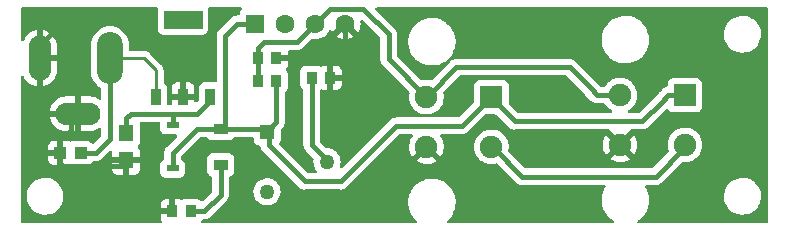
<source format=gbr>
%TF.GenerationSoftware,KiCad,Pcbnew,(6.0.5)*%
%TF.CreationDate,2022-06-11T19:53:56-07:00*%
%TF.ProjectId,L0003-Wheatstone-Bridge,4c303030-332d-4576-9865-617473746f6e,rev?*%
%TF.SameCoordinates,Original*%
%TF.FileFunction,Copper,L1,Top*%
%TF.FilePolarity,Positive*%
%FSLAX46Y46*%
G04 Gerber Fmt 4.6, Leading zero omitted, Abs format (unit mm)*
G04 Created by KiCad (PCBNEW (6.0.5)) date 2022-06-11 19:53:56*
%MOMM*%
%LPD*%
G01*
G04 APERTURE LIST*
%TA.AperFunction,EtchedComponent*%
%ADD10C,0.100000*%
%TD*%
%TA.AperFunction,SMDPad,CuDef*%
%ADD11R,1.100000X1.000000*%
%TD*%
%TA.AperFunction,SMDPad,CuDef*%
%ADD12R,1.299997X1.405349*%
%TD*%
%TA.AperFunction,SMDPad,CuDef*%
%ADD13R,1.295400X0.965200*%
%TD*%
%TA.AperFunction,ComponentPad*%
%ADD14O,2.200000X4.400000*%
%TD*%
%TA.AperFunction,ComponentPad*%
%ADD15O,1.900000X3.800000*%
%TD*%
%TA.AperFunction,ComponentPad*%
%ADD16O,3.800000X1.900000*%
%TD*%
%TA.AperFunction,SMDPad,CuDef*%
%ADD17R,0.940000X1.020000*%
%TD*%
%TA.AperFunction,ComponentPad*%
%ADD18R,1.268000X1.268000*%
%TD*%
%TA.AperFunction,ComponentPad*%
%ADD19C,1.268000*%
%TD*%
%TA.AperFunction,SMDPad,CuDef*%
%ADD20R,0.889000X1.473200*%
%TD*%
%TA.AperFunction,ComponentPad*%
%ADD21R,1.900000X1.900000*%
%TD*%
%TA.AperFunction,ComponentPad*%
%ADD22C,1.900000*%
%TD*%
%TA.AperFunction,SMDPad,CuDef*%
%ADD23R,1.041400X0.584200*%
%TD*%
%TA.AperFunction,ComponentPad*%
%ADD24R,1.605000X1.605000*%
%TD*%
%TA.AperFunction,ComponentPad*%
%ADD25C,1.605000*%
%TD*%
%TA.AperFunction,Conductor*%
%ADD26C,0.381000*%
%TD*%
%TA.AperFunction,Conductor*%
%ADD27C,0.250000*%
%TD*%
G04 APERTURE END LIST*
%TO.C,U1*%
G36*
X111048800Y-78493600D02*
G01*
X107899200Y-78493600D01*
X107899200Y-77020400D01*
X111048800Y-77020400D01*
X111048800Y-78493600D01*
G37*
D10*
X111048800Y-78493600D02*
X107899200Y-78493600D01*
X107899200Y-77020400D01*
X111048800Y-77020400D01*
X111048800Y-78493600D01*
%TD*%
D11*
%TO.P,C1,1*%
%TO.N,Earth*%
X99099000Y-89027000D03*
%TO.P,C1,2*%
%TO.N,Net-(C1-Pad2)*%
X100799000Y-89027000D03*
%TD*%
D12*
%TO.P,C2,1*%
%TO.N,Net-(C2-Pad1)*%
X104648000Y-87369278D03*
%TO.P,C2,2*%
%TO.N,Earth*%
X104648000Y-89668722D03*
%TD*%
D13*
%TO.P,D1,1,1*%
%TO.N,Net-(D1-Pad1)*%
X112649000Y-90043000D03*
%TO.P,D1,2,2*%
%TO.N,+5V*%
X112649000Y-86995000D03*
%TD*%
D14*
%TO.P,P1,1*%
%TO.N,Net-(C1-Pad2)*%
X103289000Y-81026000D03*
D15*
%TO.P,P1,2*%
%TO.N,Earth*%
X97334000Y-81026000D03*
D16*
%TO.P,P1,3,MountPin*%
X100584000Y-85716000D03*
%TD*%
D17*
%TO.P,R1,1*%
%TO.N,Net-(D1-Pad1)*%
X110137000Y-93980000D03*
%TO.P,R1,2*%
%TO.N,Earth*%
X108557000Y-93980000D03*
%TD*%
D18*
%TO.P,R2,1*%
%TO.N,+5V*%
X116586000Y-87249000D03*
D19*
%TO.P,R2,2*%
%TO.N,Vout+*%
X121666000Y-89789000D03*
%TO.P,R2,3,3*%
%TO.N,unconnected-(R2-Pad3)*%
X116586000Y-92329000D03*
%TD*%
D17*
%TO.P,R3,1*%
%TO.N,Vout+*%
X120368000Y-82677000D03*
%TO.P,R3,2*%
%TO.N,Earth*%
X121948000Y-82677000D03*
%TD*%
%TO.P,R4,1*%
%TO.N,+5V*%
X117376000Y-82931000D03*
%TO.P,R4,2*%
%TO.N,Vout-*%
X115796000Y-82931000D03*
%TD*%
%TO.P,R5,1*%
%TO.N,Vout-*%
X115796000Y-81026000D03*
%TO.P,R5,2*%
%TO.N,Earth*%
X117376000Y-81026000D03*
%TD*%
D20*
%TO.P,U1,1,VI*%
%TO.N,Net-(C1-Pad2)*%
X107174000Y-84295000D03*
%TO.P,U1,2,GND*%
%TO.N,Earth*%
X109474000Y-84295000D03*
%TO.P,U1,3,VO*%
%TO.N,Net-(C2-Pad1)*%
X111774000Y-84295000D03*
%TD*%
D21*
%TO.P,P4,1,+12V*%
%TO.N,+5V*%
X135584006Y-84328000D03*
D22*
%TO.P,P4,2,GND*%
%TO.N,Vout+*%
X135584006Y-88527999D03*
%TO.P,P4,3,3*%
%TO.N,Vout-*%
X130084007Y-84328000D03*
%TO.P,P4,4,4*%
%TO.N,Earth*%
X130084007Y-88527999D03*
%TD*%
D21*
%TO.P,P3,1,+12V*%
%TO.N,+5V*%
X151967000Y-84150500D03*
D22*
%TO.P,P3,2,GND*%
%TO.N,Vout+*%
X151967000Y-88350499D03*
%TO.P,P3,3,3*%
%TO.N,Vout-*%
X146467001Y-84150500D03*
%TO.P,P3,4,4*%
%TO.N,Earth*%
X146467001Y-88350499D03*
%TD*%
D23*
%TO.P,D2,1*%
%TO.N,+5V*%
X108585000Y-90360500D03*
%TO.P,D2,2*%
%TO.N,Net-(C2-Pad1)*%
X108585000Y-86677500D03*
%TD*%
D24*
%TO.P,P2,1,1*%
%TO.N,+5V*%
X115570000Y-78105000D03*
D25*
%TO.P,P2,2,2*%
%TO.N,Vout+*%
X118110000Y-78105000D03*
%TO.P,P2,3,3*%
%TO.N,Vout-*%
X120650000Y-78105000D03*
%TO.P,P2,4,4*%
%TO.N,Earth*%
X123190000Y-78105000D03*
%TD*%
D26*
%TO.N,Earth*%
X99099000Y-87972000D02*
X99949000Y-87122000D01*
X104775000Y-77851000D02*
X99441000Y-77851000D01*
X99099000Y-89027000D02*
X99099000Y-87972000D01*
X109474000Y-82550000D02*
X104775000Y-77851000D01*
X106426000Y-93980000D02*
X104648000Y-92202000D01*
X121948000Y-81125000D02*
X121948000Y-82677000D01*
X99949000Y-87122000D02*
X99949000Y-85852000D01*
X123190000Y-78105000D02*
X123190000Y-79883000D01*
X122047000Y-81026000D02*
X123190000Y-79883000D01*
X99314000Y-90170000D02*
X104521000Y-90170000D01*
X99099000Y-89027000D02*
X99099000Y-89955000D01*
X117376000Y-81026000D02*
X122047000Y-81026000D01*
X109474000Y-84295000D02*
X109474000Y-82550000D01*
X99099000Y-89955000D02*
X99314000Y-90170000D01*
X104648000Y-92202000D02*
X104648000Y-89789000D01*
X108557000Y-93980000D02*
X106426000Y-93980000D01*
X99441000Y-77851000D02*
X97282000Y-80010000D01*
%TO.N,Net-(C1-Pad2)*%
X103251000Y-87884000D02*
X103251000Y-81661000D01*
X100799000Y-89027000D02*
X102108000Y-89027000D01*
D27*
X103289000Y-81026000D02*
X106172000Y-81026000D01*
D26*
X102108000Y-89027000D02*
X103251000Y-87884000D01*
D27*
X107188000Y-82042000D02*
X107188000Y-84328000D01*
X106172000Y-81026000D02*
X107188000Y-82042000D01*
X103289000Y-81026000D02*
X103289000Y-81699000D01*
D26*
%TO.N,+5V*%
X149987000Y-84709000D02*
X148336000Y-86360000D01*
X113030000Y-79121000D02*
X114046000Y-78105000D01*
X113030000Y-82931000D02*
X113030000Y-79121000D01*
X108585000Y-89027000D02*
X110617000Y-86995000D01*
X116713000Y-88392000D02*
X116713000Y-87503000D01*
X135509000Y-84328000D02*
X133096000Y-86741000D01*
X127508000Y-86741000D02*
X122809000Y-91440000D01*
X135584000Y-84328000D02*
X135509000Y-84328000D01*
X150316000Y-84404500D02*
X150291500Y-84404500D01*
X113030000Y-86868000D02*
X113030000Y-82931000D01*
X108585000Y-90360500D02*
X108585000Y-89027000D01*
X116205000Y-86995000D02*
X116332000Y-87122000D01*
X150545500Y-84150500D02*
X149987000Y-84709000D01*
X150291500Y-84404500D02*
X149987000Y-84709000D01*
X122809000Y-91440000D02*
X119761000Y-91440000D01*
X151967000Y-84150500D02*
X150545500Y-84150500D01*
X133096000Y-86741000D02*
X127508000Y-86741000D01*
X110617000Y-86995000D02*
X112522000Y-86995000D01*
X137541000Y-86360000D02*
X135763000Y-84582000D01*
X117376000Y-82931000D02*
X117376000Y-86459000D01*
X114046000Y-78105000D02*
X115697000Y-78105000D01*
X119761000Y-91440000D02*
X116713000Y-88392000D01*
X117376000Y-86459000D02*
X116713000Y-87122000D01*
X148336000Y-86360000D02*
X137541000Y-86360000D01*
X112649000Y-86995000D02*
X116205000Y-86995000D01*
%TO.N,Net-(D1-Pad1)*%
X112649000Y-90043000D02*
X112649000Y-92583000D01*
X111252000Y-93980000D02*
X110109000Y-93980000D01*
X112649000Y-92583000D02*
X111252000Y-93980000D01*
%TO.N,Vout-*%
X130084001Y-84328000D02*
X126873000Y-81116999D01*
X126873000Y-78994000D02*
X124714000Y-76835000D01*
X132588000Y-81788000D02*
X130175000Y-84201000D01*
X120650000Y-78105000D02*
X119126000Y-79629000D01*
X143997751Y-83586249D02*
X142199501Y-81788000D01*
X115796000Y-81026000D02*
X115796000Y-80165000D01*
X142199501Y-81788000D02*
X132588000Y-81788000D01*
X144562002Y-84150500D02*
X143997751Y-83586249D01*
X115796000Y-82931000D02*
X115796000Y-81308000D01*
X115796000Y-80165000D02*
X116332000Y-79629000D01*
X119126000Y-79629000D02*
X118745000Y-79629000D01*
X146467001Y-84150500D02*
X144562002Y-84150500D01*
X120650000Y-78105000D02*
X121920000Y-76835000D01*
X126873000Y-81116999D02*
X126873000Y-78994000D01*
X121920000Y-76835000D02*
X124714000Y-76835000D01*
X116332000Y-79629000D02*
X118745000Y-79629000D01*
X115796000Y-81308000D02*
X115951000Y-81153000D01*
%TO.N,Vout+*%
X138176000Y-91059000D02*
X149479000Y-91059000D01*
X135763000Y-88646000D02*
X138176000Y-91059000D01*
X149479000Y-91059000D02*
X151892000Y-88646000D01*
X120368000Y-82677000D02*
X120368000Y-88364000D01*
X120368000Y-88364000D02*
X121666000Y-89662000D01*
%TO.N,Net-(C2-Pad1)*%
X108585000Y-85852000D02*
X108458000Y-85725000D01*
X108585000Y-86677500D02*
X108585000Y-85852000D01*
X105029000Y-85725000D02*
X108458000Y-85725000D01*
X104648000Y-87369278D02*
X104648000Y-86106000D01*
X108458000Y-85725000D02*
X110617000Y-85725000D01*
X110617000Y-85725000D02*
X111633000Y-84709000D01*
X104648000Y-86106000D02*
X105029000Y-85725000D01*
%TD*%
%TA.AperFunction,Conductor*%
%TO.N,Earth*%
G36*
X107306702Y-76728502D02*
G01*
X107353195Y-76782158D01*
X107363299Y-76852432D01*
X107357132Y-76877180D01*
X107347768Y-76903190D01*
X107347139Y-76911752D01*
X107345352Y-76920161D01*
X107345204Y-76920129D01*
X107344297Y-76925167D01*
X107344508Y-76925205D01*
X107343337Y-76931713D01*
X107341497Y-76938046D01*
X107340700Y-76948899D01*
X107340700Y-76994811D01*
X107340362Y-77004038D01*
X107336561Y-77055798D01*
X107338259Y-77064217D01*
X107338297Y-77064827D01*
X107340700Y-77088901D01*
X107340700Y-78468011D01*
X107340362Y-78477238D01*
X107336561Y-78528998D01*
X107338258Y-78537413D01*
X107338258Y-78537416D01*
X107347433Y-78582915D01*
X107348753Y-78590721D01*
X107353296Y-78623883D01*
X107356216Y-78645204D01*
X107359627Y-78653085D01*
X107361938Y-78661364D01*
X107361794Y-78661404D01*
X107362142Y-78662518D01*
X107362285Y-78662468D01*
X107365109Y-78670578D01*
X107366807Y-78678999D01*
X107379587Y-78704080D01*
X107391778Y-78728007D01*
X107395147Y-78735168D01*
X107416988Y-78785638D01*
X107422394Y-78792313D01*
X107426844Y-78799661D01*
X107426714Y-78799740D01*
X107427348Y-78800718D01*
X107427473Y-78800631D01*
X107432377Y-78807688D01*
X107436276Y-78815340D01*
X107442088Y-78821661D01*
X107442092Y-78821666D01*
X107473510Y-78855832D01*
X107478684Y-78861826D01*
X107505609Y-78895076D01*
X107513286Y-78904557D01*
X107520288Y-78909533D01*
X107526550Y-78915414D01*
X107526447Y-78915523D01*
X107527324Y-78916296D01*
X107527419Y-78916181D01*
X107534042Y-78921660D01*
X107539852Y-78927978D01*
X107580891Y-78953423D01*
X107586591Y-78956957D01*
X107593184Y-78961337D01*
X107638016Y-78993198D01*
X107646094Y-78996106D01*
X107653710Y-79000088D01*
X107653640Y-79000222D01*
X107654694Y-79000731D01*
X107654756Y-79000592D01*
X107662597Y-79004083D01*
X107669902Y-79008612D01*
X107722716Y-79023956D01*
X107730242Y-79026402D01*
X107773909Y-79042123D01*
X107773911Y-79042123D01*
X107781990Y-79045032D01*
X107790552Y-79045661D01*
X107798961Y-79047448D01*
X107798929Y-79047596D01*
X107803967Y-79048503D01*
X107804005Y-79048292D01*
X107810513Y-79049463D01*
X107816846Y-79051303D01*
X107823423Y-79051786D01*
X107825392Y-79051931D01*
X107825403Y-79051931D01*
X107827699Y-79052100D01*
X107873611Y-79052100D01*
X107882838Y-79052438D01*
X107934598Y-79056239D01*
X107943017Y-79054541D01*
X107943627Y-79054503D01*
X107967701Y-79052100D01*
X111023211Y-79052100D01*
X111032438Y-79052438D01*
X111084198Y-79056239D01*
X111092613Y-79054542D01*
X111092616Y-79054542D01*
X111138115Y-79045367D01*
X111145921Y-79044047D01*
X111191893Y-79037750D01*
X111191894Y-79037750D01*
X111200404Y-79036584D01*
X111208285Y-79033173D01*
X111216564Y-79030862D01*
X111216604Y-79031006D01*
X111217718Y-79030658D01*
X111217668Y-79030515D01*
X111225778Y-79027691D01*
X111234199Y-79025993D01*
X111283210Y-79001021D01*
X111290371Y-78997651D01*
X111300662Y-78993198D01*
X111326913Y-78981838D01*
X111332954Y-78979224D01*
X111332956Y-78979223D01*
X111340838Y-78975812D01*
X111347513Y-78970406D01*
X111354861Y-78965956D01*
X111354940Y-78966086D01*
X111355918Y-78965452D01*
X111355831Y-78965327D01*
X111362888Y-78960423D01*
X111370540Y-78956524D01*
X111376861Y-78950712D01*
X111376866Y-78950708D01*
X111411032Y-78919290D01*
X111417026Y-78914116D01*
X111453080Y-78884921D01*
X111453081Y-78884920D01*
X111459757Y-78879514D01*
X111464733Y-78872512D01*
X111470614Y-78866250D01*
X111470723Y-78866353D01*
X111471496Y-78865476D01*
X111471381Y-78865381D01*
X111476860Y-78858758D01*
X111483178Y-78852948D01*
X111512157Y-78806209D01*
X111516538Y-78799615D01*
X111543424Y-78761783D01*
X111548398Y-78754784D01*
X111551306Y-78746706D01*
X111555288Y-78739090D01*
X111555422Y-78739160D01*
X111555931Y-78738106D01*
X111555792Y-78738044D01*
X111559283Y-78730203D01*
X111563812Y-78722898D01*
X111579157Y-78670080D01*
X111581602Y-78662558D01*
X111597323Y-78618891D01*
X111597323Y-78618889D01*
X111600232Y-78610810D01*
X111600861Y-78602248D01*
X111602648Y-78593839D01*
X111602796Y-78593871D01*
X111603703Y-78588833D01*
X111603492Y-78588795D01*
X111604663Y-78582287D01*
X111606503Y-78575954D01*
X111607300Y-78565101D01*
X111607300Y-78519189D01*
X111607638Y-78509961D01*
X111609033Y-78490970D01*
X111611439Y-78458202D01*
X111609741Y-78449783D01*
X111609703Y-78449173D01*
X111607300Y-78425099D01*
X111607300Y-77045989D01*
X111607638Y-77036761D01*
X111610810Y-76993565D01*
X111611439Y-76985002D01*
X111608104Y-76968459D01*
X111600567Y-76931085D01*
X111599247Y-76923279D01*
X111595388Y-76895109D01*
X111591784Y-76868796D01*
X111590492Y-76865811D01*
X111591405Y-76797392D01*
X111630582Y-76738183D01*
X111695551Y-76709554D01*
X111711817Y-76708500D01*
X114333895Y-76708500D01*
X114402016Y-76728502D01*
X114448509Y-76782158D01*
X114458613Y-76852432D01*
X114429119Y-76917012D01*
X114416637Y-76928640D01*
X114411419Y-76933858D01*
X114404239Y-76939239D01*
X114316885Y-77055795D01*
X114265755Y-77192184D01*
X114259000Y-77254366D01*
X114259000Y-77280000D01*
X114238998Y-77348121D01*
X114185342Y-77394614D01*
X114133000Y-77406000D01*
X114074599Y-77406000D01*
X114066029Y-77405708D01*
X114016723Y-77402346D01*
X114016719Y-77402346D01*
X114009148Y-77401830D01*
X114001672Y-77403135D01*
X114001668Y-77403135D01*
X113947076Y-77412663D01*
X113940551Y-77413626D01*
X113885582Y-77420278D01*
X113885580Y-77420279D01*
X113878040Y-77421191D01*
X113870938Y-77423875D01*
X113867500Y-77424719D01*
X113853377Y-77428583D01*
X113849965Y-77429613D01*
X113842483Y-77430919D01*
X113835530Y-77433971D01*
X113835524Y-77433973D01*
X113784806Y-77456237D01*
X113778710Y-77458725D01*
X113755276Y-77467580D01*
X113726885Y-77478308D01*
X113726882Y-77478310D01*
X113719778Y-77480994D01*
X113713514Y-77485299D01*
X113710347Y-77486955D01*
X113697582Y-77494060D01*
X113694525Y-77495868D01*
X113687567Y-77498922D01*
X113681539Y-77503547D01*
X113681538Y-77503548D01*
X113637604Y-77537260D01*
X113632267Y-77541138D01*
X113604375Y-77560308D01*
X113580348Y-77576821D01*
X113575296Y-77582491D01*
X113575295Y-77582492D01*
X113539482Y-77622688D01*
X113534501Y-77627964D01*
X112555962Y-78606503D01*
X112549697Y-78612356D01*
X112506726Y-78649842D01*
X112492500Y-78670084D01*
X112470506Y-78701378D01*
X112466573Y-78706674D01*
X112432394Y-78750263D01*
X112432392Y-78750266D01*
X112427708Y-78756240D01*
X112424582Y-78763164D01*
X112422744Y-78766199D01*
X112415500Y-78778898D01*
X112413812Y-78782046D01*
X112409444Y-78788261D01*
X112391775Y-78833582D01*
X112386567Y-78846939D01*
X112384022Y-78852995D01*
X112358087Y-78910435D01*
X112356702Y-78917908D01*
X112355631Y-78921326D01*
X112351646Y-78935315D01*
X112350749Y-78938807D01*
X112347988Y-78945889D01*
X112346996Y-78953422D01*
X112346996Y-78953423D01*
X112339767Y-79008330D01*
X112338735Y-79014843D01*
X112328639Y-79069318D01*
X112327255Y-79076787D01*
X112327692Y-79084367D01*
X112327692Y-79084368D01*
X112330791Y-79138112D01*
X112331000Y-79145365D01*
X112331000Y-82923900D01*
X112310998Y-82992021D01*
X112257342Y-83038514D01*
X112205000Y-83049900D01*
X111281366Y-83049900D01*
X111219184Y-83056655D01*
X111082795Y-83107785D01*
X110966239Y-83195139D01*
X110878885Y-83311695D01*
X110827755Y-83448084D01*
X110821000Y-83510266D01*
X110821000Y-84480275D01*
X110800998Y-84548396D01*
X110784095Y-84569370D01*
X110641595Y-84711870D01*
X110579283Y-84745896D01*
X110508468Y-84740831D01*
X110451632Y-84698284D01*
X110426821Y-84631764D01*
X110426500Y-84622775D01*
X110426500Y-84567115D01*
X110422025Y-84551876D01*
X110420635Y-84550671D01*
X110412952Y-84549000D01*
X108539616Y-84549000D01*
X108524377Y-84553475D01*
X108523172Y-84554865D01*
X108521501Y-84562548D01*
X108521501Y-84900000D01*
X108501499Y-84968121D01*
X108447843Y-85014614D01*
X108395501Y-85026000D01*
X108253000Y-85026000D01*
X108184879Y-85005998D01*
X108138386Y-84952342D01*
X108127000Y-84900000D01*
X108127000Y-84022885D01*
X108521500Y-84022885D01*
X108525975Y-84038124D01*
X108527365Y-84039329D01*
X108535048Y-84041000D01*
X109201885Y-84041000D01*
X109217124Y-84036525D01*
X109218329Y-84035135D01*
X109220000Y-84027452D01*
X109220000Y-84022885D01*
X109728000Y-84022885D01*
X109732475Y-84038124D01*
X109733865Y-84039329D01*
X109741548Y-84041000D01*
X110408384Y-84041000D01*
X110423623Y-84036525D01*
X110424828Y-84035135D01*
X110426499Y-84027452D01*
X110426499Y-83513731D01*
X110426129Y-83506910D01*
X110420605Y-83456048D01*
X110416979Y-83440796D01*
X110371824Y-83320346D01*
X110363286Y-83304751D01*
X110286785Y-83202676D01*
X110274224Y-83190115D01*
X110172149Y-83113614D01*
X110156554Y-83105076D01*
X110036106Y-83059922D01*
X110020851Y-83056295D01*
X109969986Y-83050769D01*
X109963172Y-83050400D01*
X109746115Y-83050400D01*
X109730876Y-83054875D01*
X109729671Y-83056265D01*
X109728000Y-83063948D01*
X109728000Y-84022885D01*
X109220000Y-84022885D01*
X109220000Y-83068516D01*
X109215525Y-83053277D01*
X109214135Y-83052072D01*
X109206452Y-83050401D01*
X108984831Y-83050401D01*
X108978010Y-83050771D01*
X108927148Y-83056295D01*
X108911896Y-83059921D01*
X108791446Y-83105076D01*
X108775851Y-83113614D01*
X108673776Y-83190115D01*
X108661215Y-83202676D01*
X108584714Y-83304751D01*
X108576176Y-83320346D01*
X108531022Y-83440794D01*
X108527395Y-83456049D01*
X108521869Y-83506914D01*
X108521500Y-83513728D01*
X108521500Y-84022885D01*
X108127000Y-84022885D01*
X108127000Y-83510266D01*
X108120245Y-83448084D01*
X108069115Y-83311695D01*
X107981761Y-83195139D01*
X107871935Y-83112829D01*
X107829420Y-83055970D01*
X107821500Y-83012003D01*
X107821500Y-82120767D01*
X107822027Y-82109584D01*
X107823702Y-82102091D01*
X107821562Y-82034000D01*
X107821500Y-82030043D01*
X107821500Y-82002144D01*
X107820996Y-81998153D01*
X107820063Y-81986311D01*
X107819563Y-81970385D01*
X107818674Y-81942111D01*
X107816462Y-81934497D01*
X107816461Y-81934492D01*
X107813023Y-81922659D01*
X107809012Y-81903295D01*
X107808503Y-81899261D01*
X107806474Y-81883203D01*
X107803557Y-81875836D01*
X107803556Y-81875831D01*
X107790198Y-81842092D01*
X107786354Y-81830865D01*
X107780662Y-81811276D01*
X107774018Y-81788407D01*
X107765673Y-81774297D01*
X107763707Y-81770972D01*
X107755012Y-81753224D01*
X107747552Y-81734383D01*
X107732509Y-81713677D01*
X107721564Y-81698613D01*
X107715048Y-81688693D01*
X107696580Y-81657465D01*
X107696578Y-81657462D01*
X107692542Y-81650638D01*
X107678221Y-81636317D01*
X107665380Y-81621283D01*
X107658131Y-81611306D01*
X107653472Y-81604893D01*
X107647368Y-81599843D01*
X107647363Y-81599838D01*
X107619402Y-81576707D01*
X107610621Y-81568717D01*
X106675647Y-80633742D01*
X106668113Y-80625463D01*
X106664000Y-80618982D01*
X106614348Y-80572356D01*
X106611507Y-80569602D01*
X106591770Y-80549865D01*
X106588573Y-80547385D01*
X106579551Y-80539680D01*
X106577184Y-80537457D01*
X106547321Y-80509414D01*
X106540375Y-80505595D01*
X106540372Y-80505593D01*
X106529566Y-80499652D01*
X106513047Y-80488801D01*
X106512583Y-80488441D01*
X106497041Y-80476386D01*
X106489772Y-80473241D01*
X106489768Y-80473238D01*
X106456463Y-80458826D01*
X106445813Y-80453609D01*
X106407060Y-80432305D01*
X106387437Y-80427267D01*
X106368734Y-80420863D01*
X106357420Y-80415967D01*
X106357419Y-80415967D01*
X106350145Y-80412819D01*
X106342322Y-80411580D01*
X106342312Y-80411577D01*
X106306476Y-80405901D01*
X106294856Y-80403495D01*
X106259711Y-80394472D01*
X106259710Y-80394472D01*
X106252030Y-80392500D01*
X106231776Y-80392500D01*
X106212065Y-80390949D01*
X106199886Y-80389020D01*
X106192057Y-80387780D01*
X106184165Y-80388526D01*
X106148039Y-80391941D01*
X106136181Y-80392500D01*
X105023500Y-80392500D01*
X104955379Y-80372498D01*
X104908886Y-80318842D01*
X104897500Y-80266500D01*
X104897500Y-79862801D01*
X104882609Y-79673597D01*
X104880515Y-79664871D01*
X104843821Y-79512032D01*
X104823505Y-79427409D01*
X104818779Y-79416000D01*
X104728511Y-79198072D01*
X104728509Y-79198068D01*
X104726616Y-79193498D01*
X104594328Y-78977624D01*
X104429898Y-78785102D01*
X104237376Y-78620672D01*
X104021502Y-78488384D01*
X104016932Y-78486491D01*
X104016928Y-78486489D01*
X103792164Y-78393389D01*
X103792162Y-78393388D01*
X103787591Y-78391495D01*
X103702968Y-78371179D01*
X103546216Y-78333546D01*
X103546210Y-78333545D01*
X103541403Y-78332391D01*
X103289000Y-78312526D01*
X103036597Y-78332391D01*
X103031790Y-78333545D01*
X103031784Y-78333546D01*
X102875032Y-78371179D01*
X102790409Y-78391495D01*
X102785838Y-78393388D01*
X102785836Y-78393389D01*
X102561072Y-78486489D01*
X102561068Y-78486491D01*
X102556498Y-78488384D01*
X102340624Y-78620672D01*
X102148102Y-78785102D01*
X101983672Y-78977624D01*
X101851384Y-79193498D01*
X101849491Y-79198068D01*
X101849489Y-79198072D01*
X101759221Y-79416000D01*
X101754495Y-79427409D01*
X101734179Y-79512032D01*
X101697486Y-79664871D01*
X101695391Y-79673597D01*
X101680500Y-79862801D01*
X101680500Y-82189199D01*
X101695391Y-82378403D01*
X101696545Y-82383210D01*
X101696546Y-82383216D01*
X101722154Y-82489879D01*
X101754495Y-82624591D01*
X101756388Y-82629162D01*
X101756389Y-82629164D01*
X101845551Y-82844419D01*
X101851384Y-82858502D01*
X101983672Y-83074376D01*
X102148102Y-83266898D01*
X102340624Y-83431328D01*
X102344837Y-83433910D01*
X102344847Y-83433917D01*
X102491835Y-83523992D01*
X102539466Y-83576639D01*
X102552000Y-83631424D01*
X102552000Y-84406940D01*
X102531998Y-84475061D01*
X102478342Y-84521554D01*
X102408068Y-84531658D01*
X102354996Y-84511029D01*
X102260906Y-84446845D01*
X102251947Y-84441756D01*
X102043855Y-84345163D01*
X102034187Y-84341606D01*
X101813121Y-84280299D01*
X101803001Y-84278368D01*
X101615748Y-84258356D01*
X101609056Y-84258000D01*
X100856115Y-84258000D01*
X100840876Y-84262475D01*
X100839671Y-84263865D01*
X100838000Y-84271548D01*
X100838000Y-87155885D01*
X100842475Y-87171124D01*
X100843865Y-87172329D01*
X100851548Y-87174000D01*
X101592190Y-87174000D01*
X101597363Y-87173788D01*
X101767794Y-87159776D01*
X101777956Y-87158093D01*
X102000461Y-87102204D01*
X102010216Y-87098883D01*
X102220590Y-87007409D01*
X102229688Y-87002531D01*
X102357560Y-86919807D01*
X102425620Y-86899600D01*
X102493801Y-86919396D01*
X102540455Y-86972911D01*
X102552000Y-87025599D01*
X102552000Y-87542275D01*
X102531998Y-87610396D01*
X102515095Y-87631370D01*
X101930890Y-88215575D01*
X101868578Y-88249601D01*
X101797763Y-88244536D01*
X101740970Y-88202046D01*
X101712261Y-88163739D01*
X101595705Y-88076385D01*
X101459316Y-88025255D01*
X101397134Y-88018500D01*
X100200866Y-88018500D01*
X100138684Y-88025255D01*
X100119230Y-88032548D01*
X100010699Y-88073234D01*
X100010696Y-88073236D01*
X100002295Y-88076385D01*
X100002036Y-88075693D01*
X99939626Y-88089343D01*
X99895615Y-88076420D01*
X99895462Y-88076828D01*
X99889888Y-88074738D01*
X99887966Y-88074174D01*
X99887061Y-88073679D01*
X99766606Y-88028522D01*
X99751351Y-88024895D01*
X99700486Y-88019369D01*
X99693672Y-88019000D01*
X99371115Y-88019000D01*
X99355876Y-88023475D01*
X99354671Y-88024865D01*
X99353000Y-88032548D01*
X99353000Y-90016884D01*
X99357475Y-90032123D01*
X99358865Y-90033328D01*
X99366548Y-90034999D01*
X99693669Y-90034999D01*
X99700490Y-90034629D01*
X99751352Y-90029105D01*
X99766604Y-90025479D01*
X99887061Y-89980321D01*
X99887966Y-89979826D01*
X99888966Y-89979607D01*
X99895462Y-89977172D01*
X99895814Y-89978110D01*
X99957323Y-89964657D01*
X100002212Y-89977838D01*
X100002295Y-89977615D01*
X100005337Y-89978756D01*
X100005344Y-89978758D01*
X100010696Y-89980764D01*
X100010699Y-89980766D01*
X100091414Y-90011024D01*
X100138684Y-90028745D01*
X100200866Y-90035500D01*
X101397134Y-90035500D01*
X101459316Y-90028745D01*
X101595705Y-89977615D01*
X101712261Y-89890261D01*
X101793261Y-89782183D01*
X101797569Y-89776435D01*
X101854428Y-89733920D01*
X101898395Y-89726000D01*
X102079401Y-89726000D01*
X102087971Y-89726292D01*
X102137277Y-89729654D01*
X102137281Y-89729654D01*
X102144852Y-89730170D01*
X102152328Y-89728865D01*
X102152332Y-89728865D01*
X102206924Y-89719337D01*
X102213449Y-89718374D01*
X102268418Y-89711722D01*
X102268420Y-89711721D01*
X102275960Y-89710809D01*
X102283062Y-89708125D01*
X102286500Y-89707281D01*
X102300623Y-89703417D01*
X102304034Y-89702387D01*
X102311517Y-89701081D01*
X102369197Y-89675761D01*
X102375304Y-89673270D01*
X102427117Y-89653691D01*
X102427118Y-89653690D01*
X102434222Y-89651006D01*
X102440477Y-89646707D01*
X102443618Y-89645065D01*
X102456372Y-89637967D01*
X102459478Y-89636130D01*
X102466433Y-89633077D01*
X102472460Y-89628452D01*
X102472464Y-89628450D01*
X102516402Y-89594735D01*
X102521720Y-89590871D01*
X102573652Y-89555179D01*
X102614519Y-89509311D01*
X102619499Y-89504036D01*
X103274907Y-88848628D01*
X103337219Y-88814602D01*
X103408034Y-88819667D01*
X103464870Y-88862214D01*
X103489681Y-88928734D01*
X103490002Y-88937723D01*
X103490002Y-89396607D01*
X103494477Y-89411846D01*
X103495867Y-89413051D01*
X103503550Y-89414722D01*
X105787882Y-89414722D01*
X105803121Y-89410247D01*
X105804326Y-89408857D01*
X105805997Y-89401174D01*
X105805997Y-88921379D01*
X105805627Y-88914558D01*
X105800103Y-88863696D01*
X105796477Y-88848444D01*
X105751322Y-88727994D01*
X105742784Y-88712399D01*
X105666283Y-88610324D01*
X105664411Y-88608452D01*
X105663152Y-88606146D01*
X105660902Y-88603144D01*
X105661335Y-88602819D01*
X105630385Y-88546140D01*
X105635450Y-88475325D01*
X105661201Y-88435256D01*
X105661259Y-88435213D01*
X105748613Y-88318657D01*
X105799743Y-88182268D01*
X105806498Y-88120086D01*
X105806498Y-86618470D01*
X105800538Y-86563607D01*
X105813066Y-86493726D01*
X105861387Y-86441710D01*
X105925801Y-86424000D01*
X107429800Y-86424000D01*
X107497921Y-86444002D01*
X107544414Y-86497658D01*
X107555800Y-86550000D01*
X107555800Y-87017734D01*
X107562555Y-87079916D01*
X107613685Y-87216305D01*
X107701039Y-87332861D01*
X107817595Y-87420215D01*
X107953984Y-87471345D01*
X108016166Y-87478100D01*
X108841175Y-87478100D01*
X108909296Y-87498102D01*
X108955789Y-87551758D01*
X108965893Y-87622032D01*
X108936399Y-87686612D01*
X108930270Y-87693195D01*
X108110962Y-88512503D01*
X108104697Y-88518356D01*
X108061726Y-88555842D01*
X108031049Y-88599491D01*
X108025506Y-88607378D01*
X108021573Y-88612674D01*
X107987394Y-88656263D01*
X107987392Y-88656266D01*
X107982708Y-88662240D01*
X107979582Y-88669164D01*
X107977744Y-88672199D01*
X107970500Y-88684898D01*
X107968812Y-88688046D01*
X107964444Y-88694261D01*
X107946467Y-88740372D01*
X107941567Y-88752939D01*
X107939022Y-88758995D01*
X107913087Y-88816435D01*
X107911702Y-88823908D01*
X107910631Y-88827326D01*
X107906646Y-88841315D01*
X107905749Y-88844807D01*
X107902988Y-88851889D01*
X107901996Y-88859422D01*
X107901996Y-88859423D01*
X107894767Y-88914330D01*
X107893735Y-88920843D01*
X107883639Y-88975318D01*
X107882255Y-88982787D01*
X107882692Y-88990367D01*
X107882692Y-88990368D01*
X107885791Y-89044112D01*
X107886000Y-89051365D01*
X107886000Y-89507120D01*
X107865998Y-89575241D01*
X107822212Y-89616054D01*
X107817595Y-89617785D01*
X107701039Y-89705139D01*
X107613685Y-89821695D01*
X107562555Y-89958084D01*
X107555800Y-90020266D01*
X107555800Y-90700734D01*
X107562555Y-90762916D01*
X107613685Y-90899305D01*
X107701039Y-91015861D01*
X107817595Y-91103215D01*
X107953984Y-91154345D01*
X108016166Y-91161100D01*
X109153834Y-91161100D01*
X109216016Y-91154345D01*
X109352405Y-91103215D01*
X109468961Y-91015861D01*
X109556315Y-90899305D01*
X109607445Y-90762916D01*
X109614200Y-90700734D01*
X109614200Y-90020266D01*
X109607445Y-89958084D01*
X109556315Y-89821695D01*
X109468961Y-89705139D01*
X109352405Y-89617785D01*
X109347978Y-89616125D01*
X109299344Y-89567379D01*
X109284000Y-89507120D01*
X109284000Y-89368725D01*
X109304002Y-89300604D01*
X109320905Y-89279630D01*
X110869630Y-87730905D01*
X110931942Y-87696879D01*
X110958725Y-87694000D01*
X111464946Y-87694000D01*
X111533067Y-87714002D01*
X111565771Y-87744434D01*
X111638039Y-87840861D01*
X111754595Y-87928215D01*
X111890984Y-87979345D01*
X111953166Y-87986100D01*
X113344834Y-87986100D01*
X113407016Y-87979345D01*
X113543405Y-87928215D01*
X113659961Y-87840861D01*
X113732229Y-87744434D01*
X113789087Y-87701920D01*
X113833054Y-87694000D01*
X115317500Y-87694000D01*
X115385621Y-87714002D01*
X115432114Y-87767658D01*
X115443500Y-87820000D01*
X115443500Y-87931134D01*
X115450255Y-87993316D01*
X115501385Y-88129705D01*
X115588739Y-88246261D01*
X115705295Y-88333615D01*
X115841684Y-88384745D01*
X115903866Y-88391500D01*
X115904422Y-88391500D01*
X115970843Y-88414974D01*
X116014366Y-88471065D01*
X116022175Y-88501987D01*
X116029191Y-88559960D01*
X116031875Y-88567063D01*
X116032719Y-88570500D01*
X116036583Y-88584623D01*
X116037613Y-88588034D01*
X116038919Y-88595517D01*
X116041972Y-88602472D01*
X116064239Y-88653198D01*
X116066730Y-88659304D01*
X116082615Y-88701340D01*
X116088994Y-88718222D01*
X116093293Y-88724477D01*
X116094935Y-88727618D01*
X116102033Y-88740372D01*
X116103870Y-88743478D01*
X116106923Y-88750433D01*
X116111548Y-88756460D01*
X116111550Y-88756464D01*
X116145265Y-88800402D01*
X116149129Y-88805720D01*
X116184821Y-88857652D01*
X116190491Y-88862704D01*
X116190492Y-88862705D01*
X116230688Y-88898518D01*
X116235964Y-88903499D01*
X119246503Y-91914038D01*
X119252356Y-91920303D01*
X119289842Y-91963274D01*
X119320939Y-91985129D01*
X119341378Y-91999494D01*
X119346674Y-92003427D01*
X119390263Y-92037606D01*
X119390266Y-92037608D01*
X119396240Y-92042292D01*
X119403164Y-92045418D01*
X119406199Y-92047256D01*
X119418898Y-92054500D01*
X119422046Y-92056188D01*
X119428261Y-92060556D01*
X119486950Y-92083438D01*
X119492995Y-92085978D01*
X119550435Y-92111913D01*
X119557908Y-92113298D01*
X119561326Y-92114369D01*
X119575315Y-92118354D01*
X119578807Y-92119251D01*
X119585889Y-92122012D01*
X119593422Y-92123004D01*
X119593423Y-92123004D01*
X119648330Y-92130233D01*
X119654843Y-92131265D01*
X119709318Y-92141361D01*
X119709320Y-92141361D01*
X119716787Y-92142745D01*
X119724367Y-92142308D01*
X119724368Y-92142308D01*
X119778112Y-92139209D01*
X119785365Y-92139000D01*
X122780401Y-92139000D01*
X122788971Y-92139292D01*
X122838277Y-92142654D01*
X122838281Y-92142654D01*
X122845852Y-92143170D01*
X122853328Y-92141865D01*
X122853332Y-92141865D01*
X122907924Y-92132337D01*
X122914449Y-92131374D01*
X122969418Y-92124722D01*
X122969420Y-92124721D01*
X122976960Y-92123809D01*
X122984062Y-92121125D01*
X122987500Y-92120281D01*
X123001623Y-92116417D01*
X123005034Y-92115387D01*
X123012517Y-92114081D01*
X123070197Y-92088761D01*
X123076304Y-92086270D01*
X123128117Y-92066691D01*
X123128118Y-92066690D01*
X123135222Y-92064006D01*
X123141477Y-92059707D01*
X123144618Y-92058065D01*
X123157372Y-92050967D01*
X123160478Y-92049130D01*
X123167433Y-92046077D01*
X123173460Y-92041452D01*
X123173464Y-92041450D01*
X123217402Y-92007735D01*
X123222720Y-92003871D01*
X123274652Y-91968179D01*
X123301820Y-91937687D01*
X123315518Y-91922312D01*
X123320499Y-91917036D01*
X125510636Y-89726899D01*
X129250365Y-89726899D01*
X129253668Y-89731559D01*
X129447406Y-89844770D01*
X129456693Y-89849220D01*
X129671013Y-89931061D01*
X129680915Y-89933938D01*
X129905706Y-89979672D01*
X129915958Y-89980895D01*
X130145209Y-89989301D01*
X130155495Y-89988834D01*
X130383050Y-89959683D01*
X130393136Y-89957540D01*
X130612871Y-89891616D01*
X130622466Y-89887855D01*
X130828473Y-89786934D01*
X130837339Y-89781649D01*
X130904952Y-89733420D01*
X130913353Y-89722720D01*
X130906365Y-89709567D01*
X130096819Y-88900021D01*
X130082875Y-88892407D01*
X130081042Y-88892538D01*
X130074427Y-88896789D01*
X129257642Y-89713574D01*
X129250365Y-89726899D01*
X125510636Y-89726899D01*
X127760631Y-87476905D01*
X127822943Y-87442879D01*
X127849726Y-87440000D01*
X128822697Y-87440000D01*
X128890818Y-87460002D01*
X128937311Y-87513658D01*
X128947415Y-87583932D01*
X128926786Y-87637004D01*
X128814852Y-87801093D01*
X128809763Y-87810052D01*
X128713170Y-88018144D01*
X128709613Y-88027812D01*
X128648306Y-88248878D01*
X128646375Y-88258998D01*
X128621996Y-88487122D01*
X128621744Y-88497411D01*
X128634951Y-88726450D01*
X128636384Y-88736652D01*
X128686817Y-88960441D01*
X128689905Y-88970294D01*
X128776211Y-89182839D01*
X128780859Y-89192040D01*
X128877743Y-89350142D01*
X128888199Y-89359603D01*
X128896977Y-89355819D01*
X129994912Y-88257884D01*
X130057224Y-88223858D01*
X130128039Y-88228923D01*
X130173102Y-88257884D01*
X131266137Y-89350919D01*
X131278148Y-89357478D01*
X131289887Y-89348510D01*
X131335019Y-89285701D01*
X131340334Y-89276856D01*
X131441973Y-89071205D01*
X131445772Y-89061610D01*
X131512460Y-88842119D01*
X131514639Y-88832038D01*
X131544820Y-88602788D01*
X131545339Y-88596113D01*
X131546922Y-88531363D01*
X131546728Y-88524646D01*
X131527783Y-88294205D01*
X131526100Y-88284043D01*
X131470211Y-88061538D01*
X131466890Y-88051783D01*
X131375416Y-87841409D01*
X131370538Y-87832311D01*
X131243124Y-87635358D01*
X131244990Y-87634151D01*
X131222665Y-87576707D01*
X131236806Y-87507133D01*
X131286317Y-87456249D01*
X131348209Y-87440000D01*
X133067401Y-87440000D01*
X133075971Y-87440292D01*
X133125277Y-87443654D01*
X133125281Y-87443654D01*
X133132852Y-87444170D01*
X133140328Y-87442865D01*
X133140332Y-87442865D01*
X133194924Y-87433337D01*
X133201449Y-87432374D01*
X133256418Y-87425722D01*
X133256420Y-87425721D01*
X133263960Y-87424809D01*
X133271062Y-87422125D01*
X133274500Y-87421281D01*
X133288623Y-87417417D01*
X133292034Y-87416387D01*
X133299517Y-87415081D01*
X133357197Y-87389761D01*
X133363304Y-87387270D01*
X133415117Y-87367691D01*
X133415118Y-87367690D01*
X133422222Y-87365006D01*
X133428477Y-87360707D01*
X133431618Y-87359065D01*
X133444372Y-87351967D01*
X133447478Y-87350130D01*
X133454433Y-87347077D01*
X133460460Y-87342452D01*
X133460464Y-87342450D01*
X133504402Y-87308735D01*
X133509720Y-87304871D01*
X133561652Y-87269179D01*
X133602519Y-87223311D01*
X133607499Y-87218036D01*
X135002130Y-85823405D01*
X135064442Y-85789379D01*
X135091225Y-85786500D01*
X135926775Y-85786500D01*
X135994896Y-85806502D01*
X136015870Y-85823405D01*
X137026510Y-86834046D01*
X137032363Y-86840311D01*
X137069842Y-86883274D01*
X137121383Y-86919498D01*
X137126668Y-86923423D01*
X137144341Y-86937280D01*
X137176240Y-86962292D01*
X137183158Y-86965416D01*
X137186179Y-86967245D01*
X137198898Y-86974500D01*
X137202046Y-86976188D01*
X137208261Y-86980556D01*
X137266950Y-87003438D01*
X137272995Y-87005978D01*
X137330435Y-87031913D01*
X137337908Y-87033298D01*
X137341326Y-87034369D01*
X137355315Y-87038354D01*
X137358807Y-87039251D01*
X137365889Y-87042012D01*
X137373422Y-87043004D01*
X137373423Y-87043004D01*
X137428330Y-87050233D01*
X137434843Y-87051265D01*
X137489318Y-87061361D01*
X137489320Y-87061361D01*
X137496787Y-87062745D01*
X137504367Y-87062308D01*
X137504368Y-87062308D01*
X137558112Y-87059209D01*
X137565365Y-87059000D01*
X145509316Y-87059000D01*
X145577437Y-87079002D01*
X145619860Y-87124535D01*
X145643541Y-87167829D01*
X146454189Y-87978477D01*
X146468133Y-87986091D01*
X146469966Y-87985960D01*
X146476581Y-87981709D01*
X147291594Y-87166696D01*
X147314574Y-87124613D01*
X147364777Y-87074411D01*
X147425160Y-87059000D01*
X148307401Y-87059000D01*
X148315971Y-87059292D01*
X148365277Y-87062654D01*
X148365281Y-87062654D01*
X148372852Y-87063170D01*
X148380328Y-87061865D01*
X148380332Y-87061865D01*
X148434924Y-87052337D01*
X148441449Y-87051374D01*
X148496418Y-87044722D01*
X148496420Y-87044721D01*
X148503960Y-87043809D01*
X148511062Y-87041125D01*
X148514500Y-87040281D01*
X148528623Y-87036417D01*
X148532034Y-87035387D01*
X148539517Y-87034081D01*
X148597197Y-87008761D01*
X148603304Y-87006270D01*
X148655117Y-86986691D01*
X148655118Y-86986690D01*
X148662222Y-86984006D01*
X148668477Y-86979707D01*
X148671618Y-86978065D01*
X148684372Y-86970967D01*
X148687478Y-86969130D01*
X148694433Y-86966077D01*
X148700460Y-86961452D01*
X148700464Y-86961450D01*
X148744402Y-86927735D01*
X148749720Y-86923871D01*
X148801652Y-86888179D01*
X148842535Y-86842293D01*
X148847498Y-86837037D01*
X150367406Y-85317130D01*
X150429718Y-85283104D01*
X150500534Y-85288169D01*
X150557369Y-85330716D01*
X150564160Y-85341269D01*
X150566385Y-85347205D01*
X150571770Y-85354390D01*
X150571771Y-85354392D01*
X150586189Y-85373630D01*
X150653739Y-85463761D01*
X150770295Y-85551115D01*
X150906684Y-85602245D01*
X150968866Y-85609000D01*
X152965134Y-85609000D01*
X153027316Y-85602245D01*
X153163705Y-85551115D01*
X153280261Y-85463761D01*
X153367615Y-85347205D01*
X153418745Y-85210816D01*
X153425500Y-85148634D01*
X153425500Y-83152366D01*
X153418745Y-83090184D01*
X153367615Y-82953795D01*
X153280261Y-82837239D01*
X153163705Y-82749885D01*
X153027316Y-82698755D01*
X152965134Y-82692000D01*
X150968866Y-82692000D01*
X150906684Y-82698755D01*
X150770295Y-82749885D01*
X150653739Y-82837239D01*
X150566385Y-82953795D01*
X150515255Y-83090184D01*
X150508500Y-83152366D01*
X150508500Y-83339172D01*
X150488498Y-83407293D01*
X150434842Y-83453786D01*
X150397637Y-83464259D01*
X150385083Y-83465778D01*
X150385081Y-83465778D01*
X150377540Y-83466691D01*
X150370431Y-83469377D01*
X150366988Y-83470223D01*
X150352863Y-83474086D01*
X150349458Y-83475114D01*
X150341982Y-83476419D01*
X150284310Y-83501735D01*
X150278215Y-83504223D01*
X150226380Y-83523810D01*
X150226378Y-83523811D01*
X150219278Y-83526494D01*
X150213026Y-83530791D01*
X150209883Y-83532434D01*
X150197135Y-83539529D01*
X150194023Y-83541370D01*
X150187067Y-83544423D01*
X150181039Y-83549049D01*
X150181038Y-83549049D01*
X150178084Y-83551316D01*
X150145082Y-83576639D01*
X150137102Y-83582762D01*
X150131775Y-83586633D01*
X150079848Y-83622321D01*
X150074796Y-83627991D01*
X150074795Y-83627992D01*
X150038990Y-83668179D01*
X150034009Y-83673455D01*
X149850969Y-83856495D01*
X149833246Y-83871237D01*
X149825848Y-83876321D01*
X149784971Y-83922201D01*
X149780004Y-83927461D01*
X148083370Y-85624095D01*
X148021058Y-85658121D01*
X147994275Y-85661000D01*
X147242695Y-85661000D01*
X147174574Y-85640998D01*
X147128081Y-85587342D01*
X147117977Y-85517068D01*
X147147471Y-85452488D01*
X147187261Y-85421850D01*
X147216375Y-85407587D01*
X147220580Y-85404587D01*
X147220586Y-85404584D01*
X147324145Y-85330716D01*
X147411628Y-85268315D01*
X147581512Y-85099023D01*
X147617755Y-85048586D01*
X147718446Y-84908458D01*
X147721464Y-84904258D01*
X147737708Y-84871392D01*
X147825434Y-84693892D01*
X147825435Y-84693890D01*
X147827728Y-84689250D01*
X147897448Y-84459774D01*
X147928753Y-84221992D01*
X147930500Y-84150500D01*
X147921015Y-84035135D01*
X147911272Y-83916624D01*
X147911271Y-83916618D01*
X147910848Y-83911473D01*
X147856447Y-83694891D01*
X147853680Y-83683875D01*
X147853679Y-83683871D01*
X147852421Y-83678864D01*
X147850365Y-83674134D01*
X147850362Y-83674127D01*
X147758848Y-83463659D01*
X147758846Y-83463656D01*
X147756788Y-83458922D01*
X147753466Y-83453786D01*
X147629326Y-83261896D01*
X147629324Y-83261893D01*
X147626516Y-83257553D01*
X147609208Y-83238531D01*
X147468583Y-83083987D01*
X147468581Y-83083986D01*
X147465105Y-83080165D01*
X147461054Y-83076966D01*
X147461050Y-83076962D01*
X147293384Y-82944548D01*
X147276889Y-82931521D01*
X147066923Y-82815613D01*
X146944459Y-82772246D01*
X146845721Y-82737281D01*
X146845717Y-82737280D01*
X146840846Y-82735555D01*
X146835753Y-82734648D01*
X146835750Y-82734647D01*
X146609817Y-82694402D01*
X146609811Y-82694401D01*
X146604728Y-82693496D01*
X146512485Y-82692369D01*
X146370082Y-82690629D01*
X146370080Y-82690629D01*
X146364912Y-82690566D01*
X146127838Y-82726843D01*
X145899872Y-82801354D01*
X145895280Y-82803744D01*
X145895281Y-82803744D01*
X145697238Y-82906839D01*
X145687137Y-82912097D01*
X145683004Y-82915200D01*
X145683001Y-82915202D01*
X145500708Y-83052072D01*
X145495346Y-83056098D01*
X145491774Y-83059836D01*
X145342190Y-83216367D01*
X145329649Y-83229490D01*
X145218389Y-83392592D01*
X145215720Y-83396504D01*
X145160809Y-83441507D01*
X145111632Y-83451500D01*
X144903729Y-83451500D01*
X144835608Y-83431498D01*
X144814634Y-83414596D01*
X144462019Y-83061982D01*
X143589236Y-82189199D01*
X142713991Y-81313955D01*
X142708137Y-81307688D01*
X142675653Y-81270451D01*
X142670659Y-81264726D01*
X142619123Y-81228506D01*
X142613827Y-81224573D01*
X142570238Y-81190394D01*
X142570235Y-81190392D01*
X142564261Y-81185708D01*
X142557337Y-81182582D01*
X142554302Y-81180744D01*
X142541603Y-81173500D01*
X142538455Y-81171812D01*
X142532240Y-81167444D01*
X142473551Y-81144562D01*
X142467506Y-81142022D01*
X142410066Y-81116087D01*
X142402593Y-81114702D01*
X142399175Y-81113631D01*
X142385186Y-81109646D01*
X142381694Y-81108749D01*
X142374612Y-81105988D01*
X142367079Y-81104996D01*
X142367078Y-81104996D01*
X142312171Y-81097767D01*
X142305658Y-81096735D01*
X142251183Y-81086639D01*
X142251181Y-81086639D01*
X142243714Y-81085255D01*
X142236134Y-81085692D01*
X142236133Y-81085692D01*
X142182389Y-81088791D01*
X142175136Y-81089000D01*
X132616589Y-81089000D01*
X132608019Y-81088708D01*
X132558724Y-81085347D01*
X132558720Y-81085347D01*
X132551148Y-81084831D01*
X132543671Y-81086136D01*
X132543670Y-81086136D01*
X132516380Y-81090899D01*
X132489085Y-81095663D01*
X132482568Y-81096624D01*
X132473126Y-81097767D01*
X132427582Y-81103278D01*
X132427579Y-81103279D01*
X132420040Y-81104191D01*
X132412931Y-81106877D01*
X132409488Y-81107723D01*
X132395363Y-81111586D01*
X132391958Y-81112614D01*
X132384482Y-81113919D01*
X132326810Y-81139235D01*
X132320715Y-81141723D01*
X132268880Y-81161310D01*
X132268878Y-81161311D01*
X132261778Y-81163994D01*
X132255526Y-81168291D01*
X132252383Y-81169934D01*
X132239635Y-81177029D01*
X132236523Y-81178870D01*
X132229567Y-81181923D01*
X132185257Y-81215923D01*
X132179602Y-81220262D01*
X132174275Y-81224133D01*
X132122348Y-81259821D01*
X132117296Y-81265491D01*
X132117295Y-81265492D01*
X132081490Y-81305679D01*
X132076509Y-81310955D01*
X131275523Y-82111942D01*
X130518385Y-82869080D01*
X130456073Y-82903105D01*
X130407197Y-82904032D01*
X130221734Y-82870996D01*
X130129491Y-82869869D01*
X129987088Y-82868129D01*
X129987086Y-82868129D01*
X129981918Y-82868066D01*
X129744844Y-82904343D01*
X129739928Y-82905950D01*
X129736195Y-82906839D01*
X129665294Y-82903168D01*
X129617901Y-82873364D01*
X127608905Y-80864369D01*
X127574880Y-80802057D01*
X127572000Y-80775274D01*
X127572000Y-79557735D01*
X128531829Y-79557735D01*
X128531982Y-79562123D01*
X128531982Y-79562129D01*
X128541416Y-79832261D01*
X128541632Y-79838460D01*
X128542394Y-79842783D01*
X128542395Y-79842790D01*
X128565485Y-79973739D01*
X128590409Y-80115089D01*
X128591764Y-80119260D01*
X128591766Y-80119267D01*
X128656612Y-80318842D01*
X128677210Y-80382236D01*
X128679138Y-80386189D01*
X128679140Y-80386194D01*
X128729185Y-80488801D01*
X128800347Y-80634704D01*
X128802802Y-80638343D01*
X128802805Y-80638349D01*
X128954962Y-80863931D01*
X128954967Y-80863938D01*
X128957422Y-80867577D01*
X129145378Y-81076324D01*
X129220347Y-81139230D01*
X129357186Y-81254052D01*
X129357191Y-81254056D01*
X129360557Y-81256880D01*
X129598770Y-81405732D01*
X129855381Y-81519983D01*
X129859609Y-81521195D01*
X129859608Y-81521195D01*
X130090951Y-81587531D01*
X130125396Y-81597408D01*
X130129746Y-81598019D01*
X130129749Y-81598020D01*
X130224286Y-81611306D01*
X130403558Y-81636501D01*
X130614152Y-81636501D01*
X130616338Y-81636348D01*
X130616342Y-81636348D01*
X130819833Y-81622119D01*
X130819838Y-81622118D01*
X130824218Y-81621812D01*
X131098975Y-81563410D01*
X131103104Y-81561907D01*
X131103108Y-81561906D01*
X131358786Y-81468847D01*
X131358790Y-81468845D01*
X131362931Y-81467338D01*
X131366821Y-81465270D01*
X131366827Y-81465267D01*
X131607056Y-81337535D01*
X131607062Y-81337531D01*
X131610948Y-81335465D01*
X131614508Y-81332878D01*
X131614512Y-81332876D01*
X131834634Y-81172948D01*
X131834637Y-81172946D01*
X131838197Y-81170359D01*
X131844074Y-81164684D01*
X132037095Y-80978286D01*
X132037098Y-80978282D01*
X132040257Y-80975232D01*
X132097744Y-80901653D01*
X132210486Y-80757349D01*
X132213194Y-80753883D01*
X132317998Y-80572357D01*
X132351437Y-80514440D01*
X132351440Y-80514435D01*
X132353642Y-80510620D01*
X132355292Y-80506536D01*
X132355295Y-80506530D01*
X132451143Y-80269295D01*
X132458867Y-80250178D01*
X132470197Y-80204736D01*
X132525758Y-79981895D01*
X132525759Y-79981890D01*
X132526822Y-79977626D01*
X132529260Y-79954435D01*
X132555724Y-79702638D01*
X132555724Y-79702635D01*
X132556183Y-79698269D01*
X132556030Y-79693875D01*
X132546534Y-79421941D01*
X132546533Y-79421935D01*
X132546380Y-79417544D01*
X132545145Y-79410535D01*
X132539802Y-79380235D01*
X144914823Y-79380235D01*
X144914976Y-79384623D01*
X144914976Y-79384629D01*
X144924261Y-79650504D01*
X144924626Y-79660960D01*
X144925388Y-79665283D01*
X144925389Y-79665290D01*
X144949165Y-79800126D01*
X144973403Y-79937589D01*
X144974758Y-79941760D01*
X144974760Y-79941767D01*
X145041561Y-80147358D01*
X145060204Y-80204736D01*
X145062132Y-80208689D01*
X145062134Y-80208694D01*
X145094606Y-80275270D01*
X145183341Y-80457204D01*
X145185796Y-80460843D01*
X145185799Y-80460849D01*
X145337956Y-80686431D01*
X145337961Y-80686438D01*
X145340416Y-80690077D01*
X145528372Y-80898824D01*
X145615299Y-80971764D01*
X145740180Y-81076552D01*
X145740185Y-81076556D01*
X145743551Y-81079380D01*
X145981764Y-81228232D01*
X146120133Y-81289838D01*
X146227262Y-81337535D01*
X146238375Y-81342483D01*
X146508390Y-81419908D01*
X146512740Y-81420519D01*
X146512743Y-81420520D01*
X146615690Y-81434988D01*
X146786552Y-81459001D01*
X146997146Y-81459001D01*
X146999332Y-81458848D01*
X146999336Y-81458848D01*
X147202827Y-81444619D01*
X147202832Y-81444618D01*
X147207212Y-81444312D01*
X147481969Y-81385910D01*
X147486098Y-81384407D01*
X147486102Y-81384406D01*
X147741780Y-81291347D01*
X147741784Y-81291345D01*
X147745925Y-81289838D01*
X147749815Y-81287770D01*
X147749821Y-81287767D01*
X147990050Y-81160035D01*
X147990056Y-81160031D01*
X147993942Y-81157965D01*
X147997502Y-81155378D01*
X147997506Y-81155376D01*
X148217628Y-80995448D01*
X148217631Y-80995446D01*
X148221191Y-80992859D01*
X148236282Y-80978286D01*
X148420089Y-80800786D01*
X148420092Y-80800782D01*
X148423251Y-80797732D01*
X148434460Y-80783386D01*
X148593480Y-80579849D01*
X148596188Y-80576383D01*
X148677168Y-80436121D01*
X148734431Y-80336940D01*
X148734434Y-80336935D01*
X148736636Y-80333120D01*
X148738286Y-80329036D01*
X148738289Y-80329030D01*
X148826252Y-80111312D01*
X148841861Y-80072678D01*
X148865612Y-79977417D01*
X148908752Y-79804395D01*
X148908753Y-79804390D01*
X148909816Y-79800126D01*
X148910433Y-79794263D01*
X148938718Y-79525138D01*
X148938718Y-79525135D01*
X148939177Y-79520769D01*
X148938091Y-79489658D01*
X148929528Y-79244441D01*
X148929527Y-79244435D01*
X148929374Y-79240044D01*
X148923173Y-79204873D01*
X148896294Y-79052438D01*
X148895612Y-79048568D01*
X155282382Y-79048568D01*
X155282963Y-79053588D01*
X155282963Y-79053592D01*
X155289851Y-79113121D01*
X155311208Y-79297699D01*
X155312587Y-79302573D01*
X155312588Y-79302577D01*
X155378116Y-79534148D01*
X155379494Y-79539017D01*
X155381628Y-79543592D01*
X155381630Y-79543599D01*
X155478191Y-79750674D01*
X155485484Y-79766313D01*
X155488326Y-79770494D01*
X155488326Y-79770495D01*
X155623605Y-79969552D01*
X155623608Y-79969556D01*
X155626451Y-79973739D01*
X155629928Y-79977416D01*
X155629929Y-79977417D01*
X155730238Y-80083491D01*
X155798767Y-80155959D01*
X155802793Y-80159037D01*
X155802794Y-80159038D01*
X155993981Y-80305212D01*
X155993985Y-80305215D01*
X155998001Y-80308285D01*
X156002459Y-80310675D01*
X156002460Y-80310676D01*
X156117758Y-80372498D01*
X156219026Y-80426797D01*
X156223807Y-80428443D01*
X156223811Y-80428445D01*
X156399097Y-80488801D01*
X156456156Y-80508448D01*
X156559689Y-80526331D01*
X156699380Y-80550460D01*
X156699386Y-80550461D01*
X156703290Y-80551135D01*
X156707251Y-80551315D01*
X156707252Y-80551315D01*
X156731931Y-80552436D01*
X156731950Y-80552436D01*
X156733350Y-80552500D01*
X156908015Y-80552500D01*
X156910523Y-80552298D01*
X156910528Y-80552298D01*
X157089944Y-80537863D01*
X157089949Y-80537862D01*
X157094985Y-80537457D01*
X157099893Y-80536252D01*
X157099896Y-80536251D01*
X157333625Y-80478841D01*
X157338539Y-80477634D01*
X157343191Y-80475659D01*
X157343195Y-80475658D01*
X157564741Y-80381617D01*
X157564742Y-80381617D01*
X157569396Y-80379641D01*
X157744623Y-80269295D01*
X157777334Y-80248696D01*
X157777335Y-80248695D01*
X157781615Y-80246000D01*
X157969738Y-80080147D01*
X158128924Y-79886351D01*
X158255078Y-79669596D01*
X158344955Y-79435461D01*
X158346638Y-79427409D01*
X158395206Y-79194921D01*
X158396241Y-79189967D01*
X158396645Y-79181083D01*
X158402391Y-79054542D01*
X158407618Y-78939432D01*
X158406370Y-78928641D01*
X158390196Y-78788858D01*
X158378792Y-78690301D01*
X158371142Y-78663264D01*
X158311884Y-78453852D01*
X158311883Y-78453850D01*
X158310506Y-78448983D01*
X158308372Y-78444408D01*
X158308370Y-78444401D01*
X158206653Y-78226269D01*
X158206651Y-78226265D01*
X158204516Y-78221687D01*
X158199681Y-78214573D01*
X158066395Y-78018448D01*
X158066392Y-78018444D01*
X158063549Y-78014261D01*
X158047030Y-77996792D01*
X157894713Y-77835721D01*
X157891233Y-77832041D01*
X157866136Y-77812853D01*
X157696019Y-77682788D01*
X157696015Y-77682785D01*
X157691999Y-77679715D01*
X157679051Y-77672772D01*
X157475435Y-77563595D01*
X157470974Y-77561203D01*
X157466193Y-77559557D01*
X157466189Y-77559555D01*
X157238633Y-77481201D01*
X157233844Y-77479552D01*
X157106534Y-77457562D01*
X156990620Y-77437540D01*
X156990614Y-77437539D01*
X156986710Y-77436865D01*
X156982749Y-77436685D01*
X156982748Y-77436685D01*
X156958069Y-77435564D01*
X156958050Y-77435564D01*
X156956650Y-77435500D01*
X156781985Y-77435500D01*
X156779477Y-77435702D01*
X156779472Y-77435702D01*
X156600056Y-77450137D01*
X156600051Y-77450138D01*
X156595015Y-77450543D01*
X156590107Y-77451748D01*
X156590104Y-77451749D01*
X156398052Y-77498922D01*
X156351461Y-77510366D01*
X156346809Y-77512341D01*
X156346805Y-77512342D01*
X156125259Y-77606383D01*
X156120604Y-77608359D01*
X156041801Y-77657984D01*
X155917880Y-77736021D01*
X155908385Y-77742000D01*
X155720262Y-77907853D01*
X155561076Y-78101649D01*
X155434922Y-78318404D01*
X155433109Y-78323127D01*
X155433108Y-78323129D01*
X155429109Y-78333546D01*
X155345045Y-78552539D01*
X155344012Y-78557485D01*
X155344010Y-78557491D01*
X155301332Y-78761783D01*
X155293759Y-78798033D01*
X155293530Y-78803082D01*
X155293529Y-78803088D01*
X155289499Y-78891842D01*
X155282382Y-79048568D01*
X148895612Y-79048568D01*
X148880597Y-78963415D01*
X148879242Y-78959244D01*
X148879240Y-78959237D01*
X148795157Y-78700457D01*
X148793796Y-78696268D01*
X148789107Y-78686653D01*
X148730947Y-78567408D01*
X148670659Y-78443800D01*
X148668204Y-78440161D01*
X148668201Y-78440155D01*
X148516044Y-78214573D01*
X148516039Y-78214566D01*
X148513584Y-78210927D01*
X148325628Y-78002180D01*
X148219264Y-77912930D01*
X148113820Y-77824452D01*
X148113815Y-77824448D01*
X148110449Y-77821624D01*
X147872236Y-77672772D01*
X147647065Y-77572519D01*
X147619639Y-77560308D01*
X147619637Y-77560307D01*
X147615625Y-77558521D01*
X147345610Y-77481096D01*
X147341260Y-77480485D01*
X147341257Y-77480484D01*
X147238310Y-77466016D01*
X147067448Y-77442003D01*
X146856854Y-77442003D01*
X146854668Y-77442156D01*
X146854664Y-77442156D01*
X146651173Y-77456385D01*
X146651168Y-77456386D01*
X146646788Y-77456692D01*
X146372031Y-77515094D01*
X146367902Y-77516597D01*
X146367898Y-77516598D01*
X146112220Y-77609657D01*
X146112216Y-77609659D01*
X146108075Y-77611166D01*
X146104185Y-77613234D01*
X146104179Y-77613237D01*
X145863950Y-77740969D01*
X145863944Y-77740973D01*
X145860058Y-77743039D01*
X145856498Y-77745626D01*
X145856494Y-77745628D01*
X145636372Y-77905556D01*
X145632809Y-77908145D01*
X145629645Y-77911201D01*
X145629642Y-77911203D01*
X145433911Y-78100218D01*
X145433908Y-78100222D01*
X145430749Y-78103272D01*
X145428043Y-78106736D01*
X145428039Y-78106740D01*
X145343791Y-78214573D01*
X145257812Y-78324621D01*
X145218869Y-78392073D01*
X145120310Y-78562782D01*
X145117364Y-78567884D01*
X145115714Y-78571968D01*
X145115711Y-78571974D01*
X145048164Y-78739160D01*
X145012139Y-78828326D01*
X145011075Y-78832595D01*
X145011074Y-78832597D01*
X144950191Y-79076787D01*
X144944184Y-79100878D01*
X144943725Y-79105246D01*
X144943724Y-79105251D01*
X144915517Y-79373630D01*
X144914823Y-79380235D01*
X132539802Y-79380235D01*
X132507126Y-79194921D01*
X132497603Y-79140915D01*
X132496248Y-79136744D01*
X132496246Y-79136737D01*
X132412163Y-78877957D01*
X132410802Y-78873768D01*
X132407186Y-78866353D01*
X132352770Y-78754784D01*
X132287665Y-78621300D01*
X132285210Y-78617661D01*
X132285207Y-78617655D01*
X132133050Y-78392073D01*
X132133045Y-78392066D01*
X132130590Y-78388427D01*
X131942634Y-78179680D01*
X131844980Y-78097739D01*
X131730826Y-78001952D01*
X131730821Y-78001948D01*
X131727455Y-77999124D01*
X131489242Y-77850272D01*
X131246060Y-77742000D01*
X131236645Y-77737808D01*
X131236643Y-77737807D01*
X131232631Y-77736021D01*
X130962616Y-77658596D01*
X130958266Y-77657985D01*
X130958263Y-77657984D01*
X130819689Y-77638509D01*
X130684454Y-77619503D01*
X130473860Y-77619503D01*
X130471674Y-77619656D01*
X130471670Y-77619656D01*
X130268179Y-77633885D01*
X130268174Y-77633886D01*
X130263794Y-77634192D01*
X129989037Y-77692594D01*
X129984908Y-77694097D01*
X129984904Y-77694098D01*
X129729226Y-77787157D01*
X129729222Y-77787159D01*
X129725081Y-77788666D01*
X129721191Y-77790734D01*
X129721185Y-77790737D01*
X129480956Y-77918469D01*
X129480950Y-77918473D01*
X129477064Y-77920539D01*
X129473504Y-77923126D01*
X129473500Y-77923128D01*
X129253378Y-78083056D01*
X129249815Y-78085645D01*
X129246651Y-78088701D01*
X129246648Y-78088703D01*
X129050917Y-78277718D01*
X129050914Y-78277722D01*
X129047755Y-78280772D01*
X129045049Y-78284236D01*
X129045045Y-78284240D01*
X128912530Y-78453852D01*
X128874818Y-78502121D01*
X128828172Y-78582915D01*
X128737569Y-78739844D01*
X128734370Y-78745384D01*
X128732720Y-78749468D01*
X128732717Y-78749474D01*
X128660330Y-78928641D01*
X128629145Y-79005826D01*
X128628081Y-79010095D01*
X128628080Y-79010097D01*
X128569009Y-79247019D01*
X128561190Y-79278378D01*
X128560731Y-79282746D01*
X128560730Y-79282751D01*
X128533315Y-79543599D01*
X128531829Y-79557735D01*
X127572000Y-79557735D01*
X127572000Y-79022599D01*
X127572292Y-79014029D01*
X127575654Y-78964723D01*
X127575654Y-78964719D01*
X127576170Y-78957148D01*
X127574865Y-78949672D01*
X127574865Y-78949668D01*
X127565337Y-78895076D01*
X127564374Y-78888551D01*
X127557722Y-78833582D01*
X127557721Y-78833580D01*
X127556809Y-78826040D01*
X127554125Y-78818938D01*
X127553281Y-78815500D01*
X127549417Y-78801377D01*
X127548387Y-78797966D01*
X127547081Y-78790483D01*
X127521761Y-78732802D01*
X127519270Y-78726696D01*
X127499691Y-78674883D01*
X127499690Y-78674882D01*
X127497006Y-78667778D01*
X127492707Y-78661523D01*
X127491065Y-78658382D01*
X127483967Y-78645628D01*
X127482130Y-78642522D01*
X127479077Y-78635567D01*
X127474452Y-78629540D01*
X127474450Y-78629536D01*
X127440735Y-78585598D01*
X127436871Y-78580280D01*
X127401179Y-78528348D01*
X127376017Y-78505929D01*
X127355312Y-78487482D01*
X127350036Y-78482501D01*
X125791130Y-76923595D01*
X125757104Y-76861283D01*
X125762169Y-76790468D01*
X125804716Y-76733632D01*
X125871236Y-76708821D01*
X125880225Y-76708500D01*
X158877500Y-76708500D01*
X158945621Y-76728502D01*
X158992114Y-76782158D01*
X159003500Y-76834500D01*
X159003500Y-94869500D01*
X158983498Y-94937621D01*
X158929842Y-94984114D01*
X158877500Y-94995500D01*
X148052510Y-94995500D01*
X147984389Y-94975498D01*
X147937896Y-94921842D01*
X147927792Y-94851568D01*
X147957286Y-94786988D01*
X147986961Y-94763346D01*
X147986328Y-94762333D01*
X147990051Y-94760007D01*
X147993942Y-94757938D01*
X147997502Y-94755351D01*
X147997506Y-94755349D01*
X148217628Y-94595421D01*
X148217631Y-94595419D01*
X148221191Y-94592832D01*
X148228186Y-94586077D01*
X148420089Y-94400759D01*
X148420092Y-94400755D01*
X148423251Y-94397705D01*
X148507361Y-94290050D01*
X148593480Y-94179822D01*
X148596188Y-94176356D01*
X148683986Y-94024285D01*
X148734431Y-93936913D01*
X148734434Y-93936908D01*
X148736636Y-93933093D01*
X148738286Y-93929009D01*
X148738289Y-93929003D01*
X148825780Y-93712452D01*
X148841861Y-93672651D01*
X148865560Y-93577599D01*
X148908752Y-93404368D01*
X148908753Y-93404363D01*
X148909816Y-93400099D01*
X148911341Y-93385596D01*
X148938718Y-93125111D01*
X148938718Y-93125108D01*
X148939177Y-93120742D01*
X148939024Y-93116348D01*
X148929528Y-92844414D01*
X148929527Y-92844408D01*
X148929374Y-92840017D01*
X148922446Y-92800723D01*
X148916071Y-92764568D01*
X155282382Y-92764568D01*
X155282963Y-92769588D01*
X155282963Y-92769592D01*
X155295053Y-92874082D01*
X155311208Y-93013699D01*
X155312587Y-93018573D01*
X155312588Y-93018577D01*
X155378116Y-93250148D01*
X155379494Y-93255017D01*
X155381628Y-93259592D01*
X155381630Y-93259599D01*
X155478147Y-93466579D01*
X155485484Y-93482313D01*
X155488326Y-93486494D01*
X155488326Y-93486495D01*
X155623605Y-93685552D01*
X155623608Y-93685556D01*
X155626451Y-93689739D01*
X155629928Y-93693416D01*
X155629929Y-93693417D01*
X155730238Y-93799491D01*
X155798767Y-93871959D01*
X155802793Y-93875037D01*
X155802794Y-93875038D01*
X155993981Y-94021212D01*
X155993985Y-94021215D01*
X155998001Y-94024285D01*
X156002459Y-94026675D01*
X156002460Y-94026676D01*
X156126048Y-94092943D01*
X156219026Y-94142797D01*
X156223807Y-94144443D01*
X156223811Y-94144445D01*
X156449538Y-94222169D01*
X156456156Y-94224448D01*
X156536479Y-94238322D01*
X156699380Y-94266460D01*
X156699386Y-94266461D01*
X156703290Y-94267135D01*
X156707251Y-94267315D01*
X156707252Y-94267315D01*
X156731931Y-94268436D01*
X156731950Y-94268436D01*
X156733350Y-94268500D01*
X156908015Y-94268500D01*
X156910523Y-94268298D01*
X156910528Y-94268298D01*
X157089944Y-94253863D01*
X157089949Y-94253862D01*
X157094985Y-94253457D01*
X157099893Y-94252252D01*
X157099896Y-94252251D01*
X157333625Y-94194841D01*
X157338539Y-94193634D01*
X157343191Y-94191659D01*
X157343195Y-94191658D01*
X157564741Y-94097617D01*
X157564742Y-94097617D01*
X157569396Y-94095641D01*
X157781615Y-93962000D01*
X157969738Y-93796147D01*
X158128924Y-93602351D01*
X158255078Y-93385596D01*
X158288611Y-93298242D01*
X158320046Y-93216351D01*
X158344955Y-93151461D01*
X158346510Y-93144022D01*
X158392239Y-92925122D01*
X158396241Y-92905967D01*
X158397297Y-92882724D01*
X158402662Y-92764568D01*
X158407618Y-92655432D01*
X158402370Y-92610070D01*
X158379374Y-92411334D01*
X158378792Y-92406301D01*
X158373911Y-92389050D01*
X158311884Y-92169852D01*
X158311883Y-92169850D01*
X158310506Y-92164983D01*
X158308372Y-92160408D01*
X158308370Y-92160401D01*
X158206653Y-91942269D01*
X158206651Y-91942265D01*
X158204516Y-91937687D01*
X158194067Y-91922312D01*
X158066395Y-91734448D01*
X158066392Y-91734444D01*
X158063549Y-91730261D01*
X158021402Y-91685691D01*
X157894713Y-91551721D01*
X157891233Y-91548041D01*
X157882432Y-91541312D01*
X157696019Y-91398788D01*
X157696015Y-91398785D01*
X157691999Y-91395715D01*
X157470974Y-91277203D01*
X157466193Y-91275557D01*
X157466189Y-91275555D01*
X157238633Y-91197201D01*
X157233844Y-91195552D01*
X157130311Y-91177669D01*
X156990620Y-91153540D01*
X156990614Y-91153539D01*
X156986710Y-91152865D01*
X156982749Y-91152685D01*
X156982748Y-91152685D01*
X156958069Y-91151564D01*
X156958050Y-91151564D01*
X156956650Y-91151500D01*
X156781985Y-91151500D01*
X156779477Y-91151702D01*
X156779472Y-91151702D01*
X156600056Y-91166137D01*
X156600051Y-91166138D01*
X156595015Y-91166543D01*
X156590107Y-91167748D01*
X156590104Y-91167749D01*
X156366374Y-91222703D01*
X156351461Y-91226366D01*
X156346809Y-91228341D01*
X156346805Y-91228342D01*
X156191958Y-91294071D01*
X156120604Y-91324359D01*
X156116320Y-91327057D01*
X155917005Y-91452572D01*
X155908385Y-91458000D01*
X155904591Y-91461345D01*
X155726332Y-91618502D01*
X155720262Y-91623853D01*
X155561076Y-91817649D01*
X155434922Y-92034404D01*
X155433109Y-92039127D01*
X155433108Y-92039129D01*
X155397329Y-92132337D01*
X155345045Y-92268539D01*
X155344012Y-92273485D01*
X155344010Y-92273491D01*
X155319869Y-92389050D01*
X155293759Y-92514033D01*
X155293530Y-92519082D01*
X155293529Y-92519088D01*
X155289998Y-92596854D01*
X155282382Y-92764568D01*
X148916071Y-92764568D01*
X148887462Y-92602324D01*
X148880597Y-92563388D01*
X148879242Y-92559217D01*
X148879240Y-92559210D01*
X148807005Y-92336893D01*
X148793796Y-92296241D01*
X148766987Y-92241273D01*
X148718931Y-92142745D01*
X148670659Y-92043773D01*
X148610414Y-91954457D01*
X148588905Y-91886799D01*
X148607389Y-91818251D01*
X148659999Y-91770577D01*
X148714874Y-91758000D01*
X149450401Y-91758000D01*
X149458971Y-91758292D01*
X149508277Y-91761654D01*
X149508281Y-91761654D01*
X149515852Y-91762170D01*
X149523328Y-91760865D01*
X149523332Y-91760865D01*
X149577924Y-91751337D01*
X149584449Y-91750374D01*
X149639418Y-91743722D01*
X149639420Y-91743721D01*
X149646960Y-91742809D01*
X149654062Y-91740125D01*
X149657500Y-91739281D01*
X149671623Y-91735417D01*
X149675034Y-91734387D01*
X149682517Y-91733081D01*
X149740197Y-91707761D01*
X149746304Y-91705270D01*
X149798117Y-91685691D01*
X149798118Y-91685690D01*
X149805222Y-91683006D01*
X149811477Y-91678707D01*
X149814618Y-91677065D01*
X149827372Y-91669967D01*
X149830478Y-91668130D01*
X149837433Y-91665077D01*
X149843460Y-91660452D01*
X149843464Y-91660450D01*
X149887402Y-91626735D01*
X149892720Y-91622871D01*
X149944652Y-91587179D01*
X149985519Y-91541311D01*
X149990499Y-91536036D01*
X151687502Y-89839033D01*
X151749814Y-89805007D01*
X151790550Y-89803059D01*
X151793716Y-89803703D01*
X151798885Y-89803893D01*
X151798889Y-89803893D01*
X152028225Y-89812302D01*
X152028229Y-89812302D01*
X152033389Y-89812491D01*
X152038509Y-89811835D01*
X152038511Y-89811835D01*
X152266151Y-89782674D01*
X152266152Y-89782674D01*
X152271279Y-89782017D01*
X152289885Y-89776435D01*
X152496042Y-89714585D01*
X152496047Y-89714583D01*
X152500997Y-89713098D01*
X152716374Y-89607586D01*
X152720579Y-89604586D01*
X152720585Y-89604583D01*
X152850008Y-89512266D01*
X152911627Y-89468314D01*
X153081511Y-89299022D01*
X153091246Y-89285475D01*
X153218445Y-89108457D01*
X153221463Y-89104257D01*
X153237799Y-89071205D01*
X153325433Y-88893891D01*
X153325434Y-88893889D01*
X153327727Y-88889249D01*
X153397447Y-88659773D01*
X153428752Y-88421991D01*
X153428882Y-88416684D01*
X153430417Y-88353864D01*
X153430417Y-88353860D01*
X153430499Y-88350499D01*
X153421339Y-88239081D01*
X153411271Y-88116623D01*
X153411270Y-88116617D01*
X153410847Y-88111472D01*
X153365608Y-87931367D01*
X153353679Y-87883874D01*
X153353678Y-87883870D01*
X153352420Y-87878863D01*
X153350364Y-87874133D01*
X153350361Y-87874126D01*
X153258847Y-87663658D01*
X153258845Y-87663655D01*
X153256787Y-87658921D01*
X153242609Y-87637004D01*
X153129325Y-87461895D01*
X153129323Y-87461892D01*
X153126515Y-87457552D01*
X153114339Y-87444170D01*
X152968582Y-87283986D01*
X152968580Y-87283985D01*
X152965104Y-87280164D01*
X152961053Y-87276965D01*
X152961049Y-87276961D01*
X152804887Y-87153632D01*
X152776888Y-87131520D01*
X152566922Y-87015612D01*
X152430338Y-86967245D01*
X152345720Y-86937280D01*
X152345716Y-86937279D01*
X152340845Y-86935554D01*
X152335752Y-86934647D01*
X152335749Y-86934646D01*
X152109816Y-86894401D01*
X152109810Y-86894400D01*
X152104727Y-86893495D01*
X152017460Y-86892429D01*
X151870081Y-86890628D01*
X151870079Y-86890628D01*
X151864911Y-86890565D01*
X151627837Y-86926842D01*
X151399871Y-87001353D01*
X151332514Y-87036417D01*
X151270215Y-87068848D01*
X151187136Y-87112096D01*
X151183003Y-87115199D01*
X151183000Y-87115201D01*
X151046037Y-87218036D01*
X150995345Y-87256097D01*
X150948750Y-87304856D01*
X150843417Y-87415081D01*
X150829648Y-87429489D01*
X150826734Y-87433761D01*
X150826733Y-87433762D01*
X150796488Y-87478100D01*
X150694495Y-87627616D01*
X150593516Y-87845155D01*
X150529424Y-88076267D01*
X150503938Y-88314743D01*
X150504235Y-88319895D01*
X150504235Y-88319899D01*
X150508343Y-88391131D01*
X150517744Y-88554179D01*
X150518879Y-88559216D01*
X150518880Y-88559222D01*
X150557020Y-88728464D01*
X150570470Y-88788145D01*
X150588293Y-88832038D01*
X150594150Y-88846461D01*
X150601247Y-88917102D01*
X150566503Y-88982961D01*
X149226370Y-90323095D01*
X149164058Y-90357120D01*
X149137275Y-90360000D01*
X138517726Y-90360000D01*
X138449605Y-90339998D01*
X138428631Y-90323095D01*
X137742852Y-89637316D01*
X137654935Y-89549399D01*
X145633359Y-89549399D01*
X145636662Y-89554059D01*
X145830400Y-89667270D01*
X145839687Y-89671720D01*
X146054007Y-89753561D01*
X146063909Y-89756438D01*
X146288700Y-89802172D01*
X146298952Y-89803395D01*
X146528203Y-89811801D01*
X146538489Y-89811334D01*
X146766044Y-89782183D01*
X146776130Y-89780040D01*
X146995865Y-89714116D01*
X147005460Y-89710355D01*
X147211467Y-89609434D01*
X147220333Y-89604149D01*
X147287946Y-89555920D01*
X147296347Y-89545220D01*
X147289359Y-89532067D01*
X146479813Y-88722521D01*
X146465869Y-88714907D01*
X146464036Y-88715038D01*
X146457421Y-88719289D01*
X145640636Y-89536074D01*
X145633359Y-89549399D01*
X137654935Y-89549399D01*
X137049937Y-88944402D01*
X137015912Y-88882090D01*
X137015882Y-88837461D01*
X137014453Y-88837273D01*
X137022915Y-88773000D01*
X137045758Y-88599491D01*
X137046301Y-88577281D01*
X137047423Y-88531364D01*
X137047423Y-88531360D01*
X137047505Y-88527999D01*
X137039469Y-88430262D01*
X137030397Y-88319911D01*
X145004738Y-88319911D01*
X145017945Y-88548950D01*
X145019378Y-88559152D01*
X145069811Y-88782941D01*
X145072899Y-88792794D01*
X145159205Y-89005339D01*
X145163853Y-89014540D01*
X145260737Y-89172642D01*
X145271193Y-89182103D01*
X145279971Y-89178319D01*
X146094979Y-88363311D01*
X146101357Y-88351631D01*
X146831409Y-88351631D01*
X146831540Y-88353464D01*
X146835791Y-88360079D01*
X147649131Y-89173419D01*
X147661142Y-89179978D01*
X147672881Y-89171010D01*
X147718013Y-89108201D01*
X147723328Y-89099356D01*
X147824967Y-88893705D01*
X147828766Y-88884110D01*
X147895454Y-88664619D01*
X147897633Y-88654538D01*
X147927814Y-88425288D01*
X147928333Y-88418613D01*
X147929916Y-88353863D01*
X147929722Y-88347146D01*
X147910777Y-88116705D01*
X147909094Y-88106543D01*
X147853205Y-87884038D01*
X147849884Y-87874283D01*
X147758410Y-87663909D01*
X147753532Y-87654811D01*
X147672385Y-87529375D01*
X147661699Y-87520173D01*
X147652134Y-87524576D01*
X146839023Y-88337687D01*
X146831409Y-88351631D01*
X146101357Y-88351631D01*
X146102593Y-88349367D01*
X146102462Y-88347534D01*
X146098211Y-88340919D01*
X145284885Y-87527593D01*
X145273349Y-87521293D01*
X145261066Y-87530917D01*
X145197850Y-87623588D01*
X145192757Y-87632552D01*
X145096164Y-87840644D01*
X145092607Y-87850312D01*
X145031300Y-88071378D01*
X145029369Y-88081498D01*
X145004990Y-88309622D01*
X145004738Y-88319911D01*
X137030397Y-88319911D01*
X137028277Y-88294123D01*
X137028276Y-88294117D01*
X137027853Y-88288972D01*
X136984562Y-88116623D01*
X136970685Y-88061374D01*
X136970684Y-88061370D01*
X136969426Y-88056363D01*
X136967370Y-88051633D01*
X136967367Y-88051626D01*
X136875853Y-87841158D01*
X136875851Y-87841155D01*
X136873793Y-87836421D01*
X136856580Y-87809813D01*
X136746331Y-87639395D01*
X136746329Y-87639392D01*
X136743521Y-87635052D01*
X136732862Y-87623337D01*
X136585588Y-87461486D01*
X136585586Y-87461485D01*
X136582110Y-87457664D01*
X136578059Y-87454465D01*
X136578055Y-87454461D01*
X136397952Y-87312225D01*
X136393894Y-87309020D01*
X136183928Y-87193112D01*
X136019048Y-87134725D01*
X135962726Y-87114780D01*
X135962722Y-87114779D01*
X135957851Y-87113054D01*
X135952758Y-87112147D01*
X135952755Y-87112146D01*
X135726822Y-87071901D01*
X135726816Y-87071900D01*
X135721733Y-87070995D01*
X135634466Y-87069929D01*
X135487087Y-87068128D01*
X135487085Y-87068128D01*
X135481917Y-87068065D01*
X135244843Y-87104342D01*
X135016877Y-87178853D01*
X134941607Y-87218036D01*
X134814919Y-87283986D01*
X134804142Y-87289596D01*
X134800009Y-87292699D01*
X134800006Y-87292701D01*
X134617822Y-87429489D01*
X134612351Y-87433597D01*
X134446654Y-87606989D01*
X134443740Y-87611261D01*
X134443739Y-87611262D01*
X134414032Y-87654811D01*
X134311501Y-87805116D01*
X134274866Y-87884038D01*
X134227495Y-87986091D01*
X134210522Y-88022655D01*
X134180835Y-88129705D01*
X134148512Y-88246261D01*
X134146430Y-88253767D01*
X134120944Y-88492243D01*
X134121241Y-88497395D01*
X134121241Y-88497399D01*
X134123200Y-88531364D01*
X134134750Y-88731679D01*
X134135885Y-88736716D01*
X134135886Y-88736722D01*
X134182689Y-88944402D01*
X134187476Y-88965645D01*
X134220810Y-89047737D01*
X134273835Y-89178319D01*
X134277708Y-89187858D01*
X134403020Y-89392350D01*
X134406404Y-89396256D01*
X134406405Y-89396258D01*
X134417319Y-89408857D01*
X134560049Y-89573629D01*
X134637545Y-89637967D01*
X134729267Y-89714116D01*
X134744577Y-89726827D01*
X134951649Y-89847830D01*
X134956474Y-89849672D01*
X134956475Y-89849673D01*
X135035586Y-89879883D01*
X135175703Y-89933388D01*
X135180769Y-89934419D01*
X135180770Y-89934419D01*
X135212316Y-89940837D01*
X135410722Y-89981203D01*
X135546270Y-89986173D01*
X135645231Y-89989802D01*
X135645235Y-89989802D01*
X135650395Y-89989991D01*
X135655515Y-89989335D01*
X135655517Y-89989335D01*
X135883157Y-89960174D01*
X135883158Y-89960174D01*
X135888285Y-89959517D01*
X135893236Y-89958032D01*
X135893239Y-89958031D01*
X135969812Y-89935058D01*
X136040807Y-89934642D01*
X136095114Y-89966649D01*
X137661503Y-91533038D01*
X137667356Y-91539303D01*
X137704842Y-91582274D01*
X137756389Y-91618502D01*
X137761684Y-91622435D01*
X137811239Y-91661291D01*
X137818163Y-91664417D01*
X137821212Y-91666264D01*
X137833878Y-91673489D01*
X137837043Y-91675186D01*
X137843261Y-91679556D01*
X137901996Y-91702456D01*
X137908009Y-91704983D01*
X137965435Y-91730912D01*
X137972903Y-91732296D01*
X137976311Y-91733364D01*
X137990358Y-91737366D01*
X137993813Y-91738253D01*
X138000889Y-91741012D01*
X138063353Y-91749235D01*
X138069845Y-91750263D01*
X138131787Y-91761744D01*
X138139367Y-91761307D01*
X138139368Y-91761307D01*
X138193094Y-91758209D01*
X138200347Y-91758000D01*
X145135757Y-91758000D01*
X145203878Y-91778002D01*
X145250371Y-91831658D01*
X145260475Y-91901932D01*
X145244876Y-91947000D01*
X145235922Y-91962508D01*
X145121669Y-92160401D01*
X145117364Y-92167857D01*
X145115714Y-92171941D01*
X145115711Y-92171947D01*
X145050762Y-92332704D01*
X145012139Y-92428299D01*
X145011075Y-92432568D01*
X145011074Y-92432570D01*
X144945480Y-92695655D01*
X144944184Y-92700851D01*
X144943725Y-92705219D01*
X144943724Y-92705224D01*
X144916698Y-92962369D01*
X144914823Y-92980208D01*
X144914976Y-92984596D01*
X144914976Y-92984602D01*
X144923614Y-93231946D01*
X144924626Y-93260933D01*
X144925388Y-93265256D01*
X144925389Y-93265263D01*
X144952940Y-93421512D01*
X144973403Y-93537562D01*
X144974758Y-93541733D01*
X144974760Y-93541740D01*
X145034087Y-93724329D01*
X145060204Y-93804709D01*
X145062132Y-93808662D01*
X145062134Y-93808667D01*
X145084358Y-93854232D01*
X145183341Y-94057177D01*
X145185796Y-94060816D01*
X145185799Y-94060822D01*
X145337956Y-94286404D01*
X145337961Y-94286411D01*
X145340416Y-94290050D01*
X145528372Y-94498797D01*
X145584306Y-94545731D01*
X145740180Y-94676525D01*
X145740185Y-94676529D01*
X145743551Y-94679353D01*
X145869314Y-94757938D01*
X145876848Y-94762646D01*
X145924018Y-94815707D01*
X145935013Y-94885847D01*
X145906342Y-94950797D01*
X145847108Y-94989936D01*
X145810078Y-94995500D01*
X131915557Y-94995500D01*
X131847436Y-94975498D01*
X131800943Y-94921842D01*
X131790839Y-94851568D01*
X131820333Y-94786988D01*
X131834566Y-94772978D01*
X131834636Y-94772919D01*
X131838197Y-94770332D01*
X131955282Y-94657264D01*
X132037095Y-94578259D01*
X132037098Y-94578255D01*
X132040257Y-94575205D01*
X132071928Y-94534669D01*
X132210486Y-94357322D01*
X132213194Y-94353856D01*
X132288967Y-94222614D01*
X132351437Y-94114413D01*
X132351440Y-94114408D01*
X132353642Y-94110593D01*
X132355292Y-94106509D01*
X132355295Y-94106503D01*
X132457218Y-93854232D01*
X132458867Y-93850151D01*
X132470197Y-93804709D01*
X132525758Y-93581868D01*
X132525759Y-93581863D01*
X132526822Y-93577599D01*
X132531485Y-93533239D01*
X132555724Y-93302611D01*
X132555724Y-93302608D01*
X132556183Y-93298242D01*
X132555456Y-93277417D01*
X132546534Y-93021914D01*
X132546533Y-93021908D01*
X132546380Y-93017517D01*
X132544820Y-93008666D01*
X132508153Y-92800723D01*
X132497603Y-92740888D01*
X132496248Y-92736717D01*
X132496246Y-92736710D01*
X132412163Y-92477930D01*
X132410802Y-92473741D01*
X132388639Y-92428299D01*
X132346322Y-92341537D01*
X132287665Y-92221273D01*
X132285210Y-92217634D01*
X132285207Y-92217628D01*
X132133050Y-91992046D01*
X132133045Y-91992039D01*
X132130590Y-91988400D01*
X131942634Y-91779653D01*
X131847167Y-91699547D01*
X131730826Y-91601925D01*
X131730821Y-91601921D01*
X131727455Y-91599097D01*
X131489242Y-91450245D01*
X131232631Y-91335994D01*
X130962616Y-91258569D01*
X130958266Y-91257958D01*
X130958263Y-91257957D01*
X130855316Y-91243489D01*
X130684454Y-91219476D01*
X130473860Y-91219476D01*
X130471674Y-91219629D01*
X130471670Y-91219629D01*
X130268179Y-91233858D01*
X130268174Y-91233859D01*
X130263794Y-91234165D01*
X129989037Y-91292567D01*
X129984908Y-91294070D01*
X129984904Y-91294071D01*
X129729226Y-91387130D01*
X129729222Y-91387132D01*
X129725081Y-91388639D01*
X129721191Y-91390707D01*
X129721185Y-91390710D01*
X129480956Y-91518442D01*
X129480950Y-91518446D01*
X129477064Y-91520512D01*
X129473504Y-91523099D01*
X129473500Y-91523101D01*
X129253410Y-91683006D01*
X129249815Y-91685618D01*
X129246651Y-91688674D01*
X129246648Y-91688676D01*
X129050917Y-91877691D01*
X129050914Y-91877695D01*
X129047755Y-91880745D01*
X129045049Y-91884209D01*
X129045045Y-91884213D01*
X128909217Y-92058065D01*
X128874818Y-92102094D01*
X128808114Y-92217628D01*
X128743024Y-92330368D01*
X128734370Y-92345357D01*
X128732720Y-92349441D01*
X128732717Y-92349447D01*
X128684099Y-92469783D01*
X128629145Y-92605799D01*
X128628081Y-92610068D01*
X128628080Y-92610070D01*
X128567269Y-92853971D01*
X128561190Y-92878351D01*
X128560731Y-92882719D01*
X128560730Y-92882724D01*
X128532288Y-93153339D01*
X128531829Y-93157708D01*
X128531982Y-93162096D01*
X128531982Y-93162102D01*
X128540997Y-93420237D01*
X128541632Y-93438433D01*
X128542394Y-93442756D01*
X128542395Y-93442763D01*
X128573377Y-93618469D01*
X128590409Y-93715062D01*
X128591764Y-93719233D01*
X128591766Y-93719240D01*
X128618176Y-93800520D01*
X128677210Y-93982209D01*
X128800347Y-94234677D01*
X128802802Y-94238316D01*
X128802805Y-94238322D01*
X128954962Y-94463904D01*
X128954967Y-94463911D01*
X128957422Y-94467550D01*
X129145378Y-94676297D01*
X129207060Y-94728054D01*
X129260598Y-94772978D01*
X129299925Y-94832088D01*
X129301051Y-94903076D01*
X129263620Y-94963403D01*
X129199515Y-94993917D01*
X129179607Y-94995500D01*
X111115549Y-94995500D01*
X111047428Y-94975498D01*
X111000935Y-94921842D01*
X110990831Y-94851568D01*
X111014722Y-94793938D01*
X111057615Y-94736705D01*
X111057615Y-94736704D01*
X111058809Y-94737599D01*
X111102156Y-94694347D01*
X111162421Y-94679000D01*
X111223401Y-94679000D01*
X111231971Y-94679292D01*
X111281277Y-94682654D01*
X111281281Y-94682654D01*
X111288852Y-94683170D01*
X111296328Y-94681865D01*
X111296332Y-94681865D01*
X111350924Y-94672337D01*
X111357449Y-94671374D01*
X111412418Y-94664722D01*
X111412420Y-94664721D01*
X111419960Y-94663809D01*
X111427062Y-94661125D01*
X111430500Y-94660281D01*
X111444623Y-94656417D01*
X111448034Y-94655387D01*
X111455517Y-94654081D01*
X111513197Y-94628761D01*
X111519304Y-94626270D01*
X111571117Y-94606691D01*
X111571118Y-94606690D01*
X111578222Y-94604006D01*
X111584477Y-94599707D01*
X111587618Y-94598065D01*
X111600372Y-94590967D01*
X111603478Y-94589130D01*
X111610433Y-94586077D01*
X111616460Y-94581452D01*
X111616464Y-94581450D01*
X111660402Y-94547735D01*
X111665720Y-94543871D01*
X111717652Y-94508179D01*
X111758519Y-94462311D01*
X111763499Y-94457036D01*
X113123038Y-93097497D01*
X113129304Y-93091643D01*
X113166549Y-93059152D01*
X113172274Y-93054158D01*
X113208502Y-93002610D01*
X113212435Y-92997316D01*
X113232660Y-92971522D01*
X113251291Y-92947761D01*
X113254417Y-92940837D01*
X113256264Y-92937788D01*
X113263489Y-92925122D01*
X113265186Y-92921957D01*
X113269556Y-92915739D01*
X113292456Y-92857004D01*
X113294983Y-92850991D01*
X113320912Y-92793565D01*
X113322296Y-92786097D01*
X113323364Y-92782689D01*
X113327364Y-92768650D01*
X113328253Y-92765186D01*
X113331012Y-92758111D01*
X113332004Y-92750579D01*
X113339235Y-92695655D01*
X113340267Y-92689141D01*
X113350360Y-92634683D01*
X113350360Y-92634680D01*
X113351744Y-92627214D01*
X113350756Y-92610070D01*
X113348209Y-92565906D01*
X113348000Y-92558653D01*
X113348000Y-92298965D01*
X115438998Y-92298965D01*
X115452731Y-92508492D01*
X115454152Y-92514088D01*
X115454153Y-92514093D01*
X115482883Y-92627214D01*
X115504418Y-92712008D01*
X115506835Y-92717250D01*
X115506835Y-92717251D01*
X115545316Y-92800723D01*
X115592327Y-92902697D01*
X115713514Y-93074173D01*
X115863921Y-93220693D01*
X115868717Y-93223898D01*
X115868720Y-93223900D01*
X116012249Y-93319803D01*
X116038510Y-93337350D01*
X116043813Y-93339628D01*
X116043816Y-93339630D01*
X116174384Y-93395726D01*
X116231435Y-93420237D01*
X116311849Y-93438433D01*
X116430599Y-93465304D01*
X116430602Y-93465304D01*
X116436235Y-93466579D01*
X116442006Y-93466806D01*
X116442008Y-93466806D01*
X116504661Y-93469268D01*
X116646050Y-93474823D01*
X116651759Y-93473995D01*
X116651763Y-93473995D01*
X116848139Y-93445521D01*
X116848143Y-93445520D01*
X116853854Y-93444692D01*
X117052688Y-93377197D01*
X117235892Y-93274598D01*
X117397331Y-93140331D01*
X117531598Y-92978892D01*
X117634197Y-92795688D01*
X117701692Y-92596854D01*
X117706180Y-92565906D01*
X117731291Y-92392720D01*
X117731291Y-92392718D01*
X117731823Y-92389050D01*
X117733395Y-92329000D01*
X117714182Y-92119904D01*
X117711929Y-92111913D01*
X117681332Y-92003427D01*
X117657186Y-91917810D01*
X117654633Y-91912633D01*
X117654631Y-91912628D01*
X117566869Y-91734667D01*
X117564315Y-91729488D01*
X117453814Y-91581508D01*
X117442134Y-91565867D01*
X117442133Y-91565866D01*
X117438681Y-91561243D01*
X117321122Y-91452572D01*
X117288730Y-91422629D01*
X117288727Y-91422627D01*
X117284490Y-91418710D01*
X117106906Y-91306664D01*
X117069284Y-91291654D01*
X116984822Y-91257957D01*
X116911878Y-91228855D01*
X116906210Y-91227728D01*
X116906208Y-91227727D01*
X116711603Y-91189018D01*
X116711599Y-91189018D01*
X116705935Y-91187891D01*
X116700160Y-91187815D01*
X116700156Y-91187815D01*
X116594786Y-91186436D01*
X116495976Y-91185142D01*
X116490279Y-91186121D01*
X116490278Y-91186121D01*
X116295276Y-91219629D01*
X116289032Y-91220702D01*
X116092034Y-91293378D01*
X116087073Y-91296330D01*
X116087072Y-91296330D01*
X115928434Y-91390710D01*
X115911578Y-91400738D01*
X115753709Y-91539185D01*
X115623714Y-91704084D01*
X115621025Y-91709195D01*
X115621023Y-91709198D01*
X115583955Y-91779653D01*
X115525945Y-91889911D01*
X115504943Y-91957549D01*
X115465855Y-92083433D01*
X115463678Y-92090443D01*
X115438998Y-92298965D01*
X113348000Y-92298965D01*
X113348000Y-91136797D01*
X113368002Y-91068676D01*
X113421658Y-91022183D01*
X113429770Y-91018815D01*
X113534997Y-90979367D01*
X113543405Y-90976215D01*
X113659961Y-90888861D01*
X113747315Y-90772305D01*
X113798445Y-90635916D01*
X113805200Y-90573734D01*
X113805200Y-89512266D01*
X113798445Y-89450084D01*
X113747315Y-89313695D01*
X113659961Y-89197139D01*
X113543405Y-89109785D01*
X113407016Y-89058655D01*
X113344834Y-89051900D01*
X111953166Y-89051900D01*
X111890984Y-89058655D01*
X111754595Y-89109785D01*
X111638039Y-89197139D01*
X111550685Y-89313695D01*
X111499555Y-89450084D01*
X111492800Y-89512266D01*
X111492800Y-90573734D01*
X111499555Y-90635916D01*
X111550685Y-90772305D01*
X111638039Y-90888861D01*
X111754595Y-90976215D01*
X111763003Y-90979367D01*
X111868230Y-91018815D01*
X111924994Y-91061457D01*
X111949694Y-91128018D01*
X111950000Y-91136797D01*
X111950000Y-92241273D01*
X111929998Y-92309394D01*
X111913095Y-92330368D01*
X111141688Y-93101775D01*
X111079376Y-93135801D01*
X111008561Y-93130736D01*
X110970573Y-93106322D01*
X110970261Y-93106739D01*
X110964478Y-93102405D01*
X110853705Y-93019385D01*
X110717316Y-92968255D01*
X110655134Y-92961500D01*
X109618866Y-92961500D01*
X109556684Y-92968255D01*
X109509414Y-92985976D01*
X109428699Y-93016234D01*
X109428696Y-93016236D01*
X109420295Y-93019385D01*
X109413113Y-93024768D01*
X109406983Y-93028124D01*
X109337626Y-93043293D01*
X109285965Y-93028124D01*
X109265058Y-93016677D01*
X109144606Y-92971522D01*
X109129351Y-92967895D01*
X109078486Y-92962369D01*
X109071672Y-92962000D01*
X108829115Y-92962000D01*
X108813876Y-92966475D01*
X108812671Y-92967865D01*
X108811000Y-92975548D01*
X108811000Y-94108000D01*
X108790998Y-94176121D01*
X108737342Y-94222614D01*
X108685000Y-94234000D01*
X107597116Y-94234000D01*
X107581877Y-94238475D01*
X107580672Y-94239865D01*
X107579001Y-94247548D01*
X107579001Y-94534669D01*
X107579371Y-94541490D01*
X107584895Y-94592352D01*
X107588521Y-94607604D01*
X107633676Y-94728054D01*
X107642213Y-94743648D01*
X107679902Y-94793936D01*
X107704749Y-94860442D01*
X107689696Y-94929825D01*
X107639521Y-94980054D01*
X107579075Y-94995500D01*
X95884500Y-94995500D01*
X95816379Y-94975498D01*
X95769886Y-94921842D01*
X95758500Y-94869500D01*
X95758500Y-92764568D01*
X96227382Y-92764568D01*
X96227963Y-92769588D01*
X96227963Y-92769592D01*
X96240053Y-92874082D01*
X96256208Y-93013699D01*
X96257587Y-93018573D01*
X96257588Y-93018577D01*
X96323116Y-93250148D01*
X96324494Y-93255017D01*
X96326628Y-93259592D01*
X96326630Y-93259599D01*
X96423147Y-93466579D01*
X96430484Y-93482313D01*
X96433326Y-93486494D01*
X96433326Y-93486495D01*
X96568605Y-93685552D01*
X96568608Y-93685556D01*
X96571451Y-93689739D01*
X96574928Y-93693416D01*
X96574929Y-93693417D01*
X96675238Y-93799491D01*
X96743767Y-93871959D01*
X96747793Y-93875037D01*
X96747794Y-93875038D01*
X96938981Y-94021212D01*
X96938985Y-94021215D01*
X96943001Y-94024285D01*
X96947459Y-94026675D01*
X96947460Y-94026676D01*
X97071048Y-94092943D01*
X97164026Y-94142797D01*
X97168807Y-94144443D01*
X97168811Y-94144445D01*
X97394538Y-94222169D01*
X97401156Y-94224448D01*
X97481479Y-94238322D01*
X97644380Y-94266460D01*
X97644386Y-94266461D01*
X97648290Y-94267135D01*
X97652251Y-94267315D01*
X97652252Y-94267315D01*
X97676931Y-94268436D01*
X97676950Y-94268436D01*
X97678350Y-94268500D01*
X97853015Y-94268500D01*
X97855523Y-94268298D01*
X97855528Y-94268298D01*
X98034944Y-94253863D01*
X98034949Y-94253862D01*
X98039985Y-94253457D01*
X98044893Y-94252252D01*
X98044896Y-94252251D01*
X98278625Y-94194841D01*
X98283539Y-94193634D01*
X98288191Y-94191659D01*
X98288195Y-94191658D01*
X98509741Y-94097617D01*
X98509742Y-94097617D01*
X98514396Y-94095641D01*
X98726615Y-93962000D01*
X98914738Y-93796147D01*
X98987237Y-93707885D01*
X107579000Y-93707885D01*
X107583475Y-93723124D01*
X107584865Y-93724329D01*
X107592548Y-93726000D01*
X108284885Y-93726000D01*
X108300124Y-93721525D01*
X108301329Y-93720135D01*
X108303000Y-93712452D01*
X108303000Y-92980116D01*
X108298525Y-92964877D01*
X108297135Y-92963672D01*
X108289452Y-92962001D01*
X108042331Y-92962001D01*
X108035510Y-92962371D01*
X107984648Y-92967895D01*
X107969396Y-92971521D01*
X107848946Y-93016676D01*
X107833351Y-93025214D01*
X107731276Y-93101715D01*
X107718715Y-93114276D01*
X107642214Y-93216351D01*
X107633676Y-93231946D01*
X107588522Y-93352394D01*
X107584895Y-93367649D01*
X107579369Y-93418514D01*
X107579000Y-93425328D01*
X107579000Y-93707885D01*
X98987237Y-93707885D01*
X99073924Y-93602351D01*
X99200078Y-93385596D01*
X99233611Y-93298242D01*
X99265046Y-93216351D01*
X99289955Y-93151461D01*
X99291510Y-93144022D01*
X99337239Y-92925122D01*
X99341241Y-92905967D01*
X99342297Y-92882724D01*
X99347662Y-92764568D01*
X99352618Y-92655432D01*
X99347370Y-92610070D01*
X99324374Y-92411334D01*
X99323792Y-92406301D01*
X99318911Y-92389050D01*
X99256884Y-92169852D01*
X99256883Y-92169850D01*
X99255506Y-92164983D01*
X99253372Y-92160408D01*
X99253370Y-92160401D01*
X99151653Y-91942269D01*
X99151651Y-91942265D01*
X99149516Y-91937687D01*
X99139067Y-91922312D01*
X99011395Y-91734448D01*
X99011392Y-91734444D01*
X99008549Y-91730261D01*
X98966402Y-91685691D01*
X98839713Y-91551721D01*
X98836233Y-91548041D01*
X98827432Y-91541312D01*
X98641019Y-91398788D01*
X98641015Y-91398785D01*
X98636999Y-91395715D01*
X98415974Y-91277203D01*
X98411193Y-91275557D01*
X98411189Y-91275555D01*
X98183633Y-91197201D01*
X98178844Y-91195552D01*
X98075311Y-91177669D01*
X97935620Y-91153540D01*
X97935614Y-91153539D01*
X97931710Y-91152865D01*
X97927749Y-91152685D01*
X97927748Y-91152685D01*
X97903069Y-91151564D01*
X97903050Y-91151564D01*
X97901650Y-91151500D01*
X97726985Y-91151500D01*
X97724477Y-91151702D01*
X97724472Y-91151702D01*
X97545056Y-91166137D01*
X97545051Y-91166138D01*
X97540015Y-91166543D01*
X97535107Y-91167748D01*
X97535104Y-91167749D01*
X97311374Y-91222703D01*
X97296461Y-91226366D01*
X97291809Y-91228341D01*
X97291805Y-91228342D01*
X97136958Y-91294071D01*
X97065604Y-91324359D01*
X97061320Y-91327057D01*
X96862005Y-91452572D01*
X96853385Y-91458000D01*
X96849591Y-91461345D01*
X96671332Y-91618502D01*
X96665262Y-91623853D01*
X96506076Y-91817649D01*
X96379922Y-92034404D01*
X96378109Y-92039127D01*
X96378108Y-92039129D01*
X96342329Y-92132337D01*
X96290045Y-92268539D01*
X96289012Y-92273485D01*
X96289010Y-92273491D01*
X96264869Y-92389050D01*
X96238759Y-92514033D01*
X96238530Y-92519082D01*
X96238529Y-92519088D01*
X96234998Y-92596854D01*
X96227382Y-92764568D01*
X95758500Y-92764568D01*
X95758500Y-90416065D01*
X103490003Y-90416065D01*
X103490373Y-90422886D01*
X103495897Y-90473748D01*
X103499523Y-90489000D01*
X103544678Y-90609450D01*
X103553216Y-90625045D01*
X103629717Y-90727120D01*
X103642278Y-90739681D01*
X103744353Y-90816182D01*
X103759948Y-90824720D01*
X103880396Y-90869874D01*
X103895651Y-90873501D01*
X103946516Y-90879027D01*
X103953330Y-90879396D01*
X104375885Y-90879396D01*
X104391124Y-90874921D01*
X104392329Y-90873531D01*
X104394000Y-90865848D01*
X104394000Y-90861280D01*
X104902000Y-90861280D01*
X104906475Y-90876519D01*
X104907865Y-90877724D01*
X104915548Y-90879395D01*
X105342667Y-90879395D01*
X105349488Y-90879025D01*
X105400350Y-90873501D01*
X105415602Y-90869875D01*
X105536052Y-90824720D01*
X105551647Y-90816182D01*
X105653722Y-90739681D01*
X105666283Y-90727120D01*
X105742784Y-90625045D01*
X105751322Y-90609450D01*
X105796476Y-90489002D01*
X105800103Y-90473747D01*
X105805629Y-90422882D01*
X105805998Y-90416068D01*
X105805998Y-89940837D01*
X105801523Y-89925598D01*
X105800133Y-89924393D01*
X105792450Y-89922722D01*
X104920115Y-89922722D01*
X104904876Y-89927197D01*
X104903671Y-89928587D01*
X104902000Y-89936270D01*
X104902000Y-90861280D01*
X104394000Y-90861280D01*
X104394000Y-89940837D01*
X104389525Y-89925598D01*
X104388135Y-89924393D01*
X104380452Y-89922722D01*
X103508118Y-89922722D01*
X103492879Y-89927197D01*
X103491674Y-89928587D01*
X103490003Y-89936270D01*
X103490003Y-90416065D01*
X95758500Y-90416065D01*
X95758500Y-89571669D01*
X98041001Y-89571669D01*
X98041371Y-89578490D01*
X98046895Y-89629352D01*
X98050521Y-89644604D01*
X98095676Y-89765054D01*
X98104214Y-89780649D01*
X98180715Y-89882724D01*
X98193276Y-89895285D01*
X98295351Y-89971786D01*
X98310946Y-89980324D01*
X98431394Y-90025478D01*
X98446649Y-90029105D01*
X98497514Y-90034631D01*
X98504328Y-90035000D01*
X98826885Y-90035000D01*
X98842124Y-90030525D01*
X98843329Y-90029135D01*
X98845000Y-90021452D01*
X98845000Y-89299115D01*
X98840525Y-89283876D01*
X98839135Y-89282671D01*
X98831452Y-89281000D01*
X98059116Y-89281000D01*
X98043877Y-89285475D01*
X98042672Y-89286865D01*
X98041001Y-89294548D01*
X98041001Y-89571669D01*
X95758500Y-89571669D01*
X95758500Y-88754885D01*
X98041000Y-88754885D01*
X98045475Y-88770124D01*
X98046865Y-88771329D01*
X98054548Y-88773000D01*
X98826885Y-88773000D01*
X98842124Y-88768525D01*
X98843329Y-88767135D01*
X98845000Y-88759452D01*
X98845000Y-88037116D01*
X98840525Y-88021877D01*
X98839135Y-88020672D01*
X98831452Y-88019001D01*
X98504331Y-88019001D01*
X98497510Y-88019371D01*
X98446648Y-88024895D01*
X98431396Y-88028521D01*
X98310946Y-88073676D01*
X98295351Y-88082214D01*
X98193276Y-88158715D01*
X98180715Y-88171276D01*
X98104214Y-88273351D01*
X98095676Y-88288946D01*
X98050522Y-88409394D01*
X98046895Y-88424649D01*
X98041369Y-88475514D01*
X98041000Y-88482328D01*
X98041000Y-88754885D01*
X95758500Y-88754885D01*
X95758500Y-85988194D01*
X98200602Y-85988194D01*
X98210050Y-86049933D01*
X98212439Y-86059961D01*
X98283710Y-86278016D01*
X98287707Y-86287525D01*
X98393633Y-86491007D01*
X98399127Y-86499732D01*
X98536869Y-86683187D01*
X98543712Y-86690894D01*
X98709569Y-86849391D01*
X98717575Y-86855874D01*
X98907094Y-86985155D01*
X98916053Y-86990244D01*
X99124145Y-87086837D01*
X99133813Y-87090394D01*
X99354879Y-87151701D01*
X99364999Y-87153632D01*
X99552252Y-87173644D01*
X99558944Y-87174000D01*
X100311885Y-87174000D01*
X100327124Y-87169525D01*
X100328329Y-87168135D01*
X100330000Y-87160452D01*
X100330000Y-85988115D01*
X100325525Y-85972876D01*
X100324135Y-85971671D01*
X100316452Y-85970000D01*
X98215933Y-85970000D01*
X98202589Y-85973918D01*
X98200602Y-85988194D01*
X95758500Y-85988194D01*
X95758500Y-85444164D01*
X98201393Y-85444164D01*
X98202852Y-85457460D01*
X98217408Y-85462000D01*
X100311885Y-85462000D01*
X100327124Y-85457525D01*
X100328329Y-85456135D01*
X100330000Y-85448452D01*
X100330000Y-84276115D01*
X100325525Y-84260876D01*
X100324135Y-84259671D01*
X100316452Y-84258000D01*
X99575810Y-84258000D01*
X99570637Y-84258212D01*
X99400206Y-84272224D01*
X99390044Y-84273907D01*
X99167539Y-84329796D01*
X99157784Y-84333117D01*
X98947410Y-84424591D01*
X98938312Y-84429469D01*
X98745699Y-84554075D01*
X98737539Y-84560359D01*
X98567851Y-84714763D01*
X98560830Y-84722293D01*
X98418644Y-84902332D01*
X98412939Y-84910919D01*
X98302074Y-85111750D01*
X98297844Y-85121162D01*
X98221264Y-85337416D01*
X98218635Y-85347366D01*
X98201393Y-85444164D01*
X95758500Y-85444164D01*
X95758500Y-82614995D01*
X95778502Y-82546874D01*
X95832158Y-82500381D01*
X95902432Y-82490277D01*
X95967012Y-82519771D01*
X96000049Y-82564752D01*
X96042591Y-82662590D01*
X96047469Y-82671688D01*
X96172075Y-82864301D01*
X96178359Y-82872461D01*
X96332763Y-83042149D01*
X96340293Y-83049170D01*
X96520332Y-83191356D01*
X96528919Y-83197061D01*
X96729750Y-83307926D01*
X96739162Y-83312156D01*
X96955416Y-83388736D01*
X96965366Y-83391365D01*
X97062164Y-83408607D01*
X97075460Y-83407148D01*
X97079540Y-83394067D01*
X97588000Y-83394067D01*
X97591918Y-83407411D01*
X97606194Y-83409398D01*
X97667933Y-83399950D01*
X97677961Y-83397561D01*
X97896016Y-83326290D01*
X97905525Y-83322293D01*
X98109007Y-83216367D01*
X98117732Y-83210873D01*
X98301187Y-83073131D01*
X98308894Y-83066288D01*
X98467391Y-82900431D01*
X98473874Y-82892425D01*
X98603155Y-82702906D01*
X98608244Y-82693947D01*
X98704837Y-82485855D01*
X98708394Y-82476187D01*
X98769701Y-82255121D01*
X98771632Y-82245001D01*
X98791644Y-82057748D01*
X98792000Y-82051056D01*
X98792000Y-81298115D01*
X98787525Y-81282876D01*
X98786135Y-81281671D01*
X98778452Y-81280000D01*
X97606115Y-81280000D01*
X97590876Y-81284475D01*
X97589671Y-81285865D01*
X97588000Y-81293548D01*
X97588000Y-83394067D01*
X97079540Y-83394067D01*
X97080000Y-83392592D01*
X97080000Y-80753885D01*
X97588000Y-80753885D01*
X97592475Y-80769124D01*
X97593865Y-80770329D01*
X97601548Y-80772000D01*
X98773885Y-80772000D01*
X98789124Y-80767525D01*
X98790329Y-80766135D01*
X98792000Y-80758452D01*
X98792000Y-80017810D01*
X98791788Y-80012637D01*
X98777776Y-79842206D01*
X98776093Y-79832044D01*
X98720204Y-79609539D01*
X98716883Y-79599784D01*
X98625409Y-79389410D01*
X98620531Y-79380312D01*
X98495925Y-79187699D01*
X98489641Y-79179539D01*
X98335237Y-79009851D01*
X98327707Y-79002830D01*
X98147668Y-78860644D01*
X98139081Y-78854939D01*
X97938250Y-78744074D01*
X97928838Y-78739844D01*
X97712584Y-78663264D01*
X97702634Y-78660635D01*
X97605836Y-78643393D01*
X97592540Y-78644852D01*
X97588000Y-78659408D01*
X97588000Y-80753885D01*
X97080000Y-80753885D01*
X97080000Y-78657933D01*
X97076082Y-78644589D01*
X97061806Y-78642602D01*
X97000067Y-78652050D01*
X96990039Y-78654439D01*
X96771984Y-78725710D01*
X96762475Y-78729707D01*
X96558993Y-78835633D01*
X96550268Y-78841127D01*
X96366813Y-78978869D01*
X96359106Y-78985712D01*
X96200609Y-79151569D01*
X96194126Y-79159575D01*
X96064845Y-79349094D01*
X96059756Y-79358053D01*
X95998788Y-79489397D01*
X95951963Y-79542763D01*
X95883720Y-79562344D01*
X95815725Y-79541920D01*
X95769565Y-79487978D01*
X95758500Y-79436346D01*
X95758500Y-76834500D01*
X95778502Y-76766379D01*
X95832158Y-76719886D01*
X95884500Y-76708500D01*
X107238581Y-76708500D01*
X107306702Y-76728502D01*
G37*
%TD.AperFunction*%
%TA.AperFunction,Conductor*%
G36*
X124688122Y-77799894D02*
G01*
X124703318Y-77812853D01*
X126137095Y-79246630D01*
X126171121Y-79308942D01*
X126174000Y-79335725D01*
X126174000Y-81088400D01*
X126173708Y-81096970D01*
X126170545Y-81143367D01*
X126169830Y-81153851D01*
X126171135Y-81161327D01*
X126171135Y-81161331D01*
X126180663Y-81215923D01*
X126181626Y-81222448D01*
X126186743Y-81264726D01*
X126189191Y-81284959D01*
X126191875Y-81292061D01*
X126192719Y-81295499D01*
X126196583Y-81309622D01*
X126197613Y-81313033D01*
X126198919Y-81320516D01*
X126201972Y-81327471D01*
X126224239Y-81378197D01*
X126226730Y-81384303D01*
X126248994Y-81443221D01*
X126253293Y-81449476D01*
X126254935Y-81452617D01*
X126262033Y-81465371D01*
X126263870Y-81468477D01*
X126266923Y-81475432D01*
X126271548Y-81481459D01*
X126271550Y-81481463D01*
X126305265Y-81525401D01*
X126309129Y-81530719D01*
X126344821Y-81582651D01*
X126350491Y-81587703D01*
X126350492Y-81587704D01*
X126390688Y-81623517D01*
X126395964Y-81628498D01*
X128632424Y-83864958D01*
X128666450Y-83927270D01*
X128664747Y-83987722D01*
X128646431Y-84053768D01*
X128620945Y-84292244D01*
X128634751Y-84531680D01*
X128635886Y-84536717D01*
X128635887Y-84536723D01*
X128684580Y-84752791D01*
X128687477Y-84765646D01*
X128777709Y-84987859D01*
X128903021Y-85192351D01*
X128906405Y-85196257D01*
X128906406Y-85196259D01*
X128911805Y-85202492D01*
X129060050Y-85373630D01*
X129244578Y-85526828D01*
X129451650Y-85647831D01*
X129456475Y-85649673D01*
X129456476Y-85649674D01*
X129478597Y-85658121D01*
X129675704Y-85733389D01*
X129680770Y-85734420D01*
X129680771Y-85734420D01*
X129714293Y-85741240D01*
X129910723Y-85781204D01*
X130046271Y-85786174D01*
X130145232Y-85789803D01*
X130145236Y-85789803D01*
X130150396Y-85789992D01*
X130155516Y-85789336D01*
X130155518Y-85789336D01*
X130383158Y-85760175D01*
X130383159Y-85760175D01*
X130388286Y-85759518D01*
X130393236Y-85758033D01*
X130613049Y-85692086D01*
X130613054Y-85692084D01*
X130618004Y-85690599D01*
X130833381Y-85585087D01*
X130837586Y-85582087D01*
X130837592Y-85582084D01*
X130938449Y-85510143D01*
X131028634Y-85445815D01*
X131198518Y-85276523D01*
X131207035Y-85264671D01*
X131335452Y-85085958D01*
X131338470Y-85081758D01*
X131366028Y-85026000D01*
X131442440Y-84871392D01*
X131442441Y-84871390D01*
X131444734Y-84866750D01*
X131514454Y-84637274D01*
X131545759Y-84399492D01*
X131547506Y-84328000D01*
X131538515Y-84218642D01*
X131528278Y-84094124D01*
X131528277Y-84094118D01*
X131527854Y-84088973D01*
X131501696Y-83984833D01*
X131494607Y-83956609D01*
X131497411Y-83885668D01*
X131527716Y-83836819D01*
X132840630Y-82523905D01*
X132902942Y-82489879D01*
X132929725Y-82487000D01*
X141857775Y-82487000D01*
X141925896Y-82507002D01*
X141946870Y-82523905D01*
X142743069Y-83320103D01*
X143533486Y-84110520D01*
X143533493Y-84110526D01*
X144047505Y-84624538D01*
X144053358Y-84630803D01*
X144090844Y-84673774D01*
X144112864Y-84689250D01*
X144142391Y-84710002D01*
X144147686Y-84713935D01*
X144197241Y-84752791D01*
X144204165Y-84755917D01*
X144207214Y-84757764D01*
X144219880Y-84764989D01*
X144223045Y-84766686D01*
X144229263Y-84771056D01*
X144287998Y-84793956D01*
X144294011Y-84796483D01*
X144351437Y-84822412D01*
X144358905Y-84823796D01*
X144362313Y-84824864D01*
X144376352Y-84828864D01*
X144379816Y-84829753D01*
X144386891Y-84832512D01*
X144394420Y-84833503D01*
X144394423Y-84833504D01*
X144449347Y-84840735D01*
X144455861Y-84841767D01*
X144510319Y-84851860D01*
X144510322Y-84851860D01*
X144517788Y-84853244D01*
X144525368Y-84852807D01*
X144525369Y-84852807D01*
X144579096Y-84849709D01*
X144586349Y-84849500D01*
X145114124Y-84849500D01*
X145182245Y-84869502D01*
X145221557Y-84909665D01*
X145242191Y-84943337D01*
X145286015Y-85014851D01*
X145289399Y-85018757D01*
X145289400Y-85018759D01*
X145308831Y-85041191D01*
X145443044Y-85196130D01*
X145534823Y-85272326D01*
X145623223Y-85345717D01*
X145627572Y-85349328D01*
X145759145Y-85426213D01*
X145807867Y-85477851D01*
X145820938Y-85547634D01*
X145794206Y-85613406D01*
X145736159Y-85654284D01*
X145695573Y-85661000D01*
X137882725Y-85661000D01*
X137814604Y-85640998D01*
X137793630Y-85624095D01*
X137079411Y-84909876D01*
X137045385Y-84847564D01*
X137042506Y-84820781D01*
X137042506Y-83329866D01*
X137035751Y-83267684D01*
X136984621Y-83131295D01*
X136897267Y-83014739D01*
X136780711Y-82927385D01*
X136644322Y-82876255D01*
X136582140Y-82869500D01*
X134585872Y-82869500D01*
X134523690Y-82876255D01*
X134387301Y-82927385D01*
X134270745Y-83014739D01*
X134183391Y-83131295D01*
X134132261Y-83267684D01*
X134125506Y-83329866D01*
X134125506Y-84670768D01*
X134105504Y-84738889D01*
X134088601Y-84759863D01*
X132843370Y-86005095D01*
X132781058Y-86039120D01*
X132754275Y-86042000D01*
X127536600Y-86042000D01*
X127528029Y-86041708D01*
X127471149Y-86037830D01*
X127409065Y-86048666D01*
X127402586Y-86049622D01*
X127340040Y-86057191D01*
X127332938Y-86059875D01*
X127329456Y-86060730D01*
X127315421Y-86064570D01*
X127311973Y-86065611D01*
X127304483Y-86066918D01*
X127297522Y-86069974D01*
X127297521Y-86069974D01*
X127246805Y-86092237D01*
X127240697Y-86094730D01*
X127193930Y-86112402D01*
X127181778Y-86116994D01*
X127175512Y-86121300D01*
X127172357Y-86122950D01*
X127159565Y-86130069D01*
X127156521Y-86131869D01*
X127149567Y-86134922D01*
X127143539Y-86139547D01*
X127143538Y-86139548D01*
X127099604Y-86173260D01*
X127094267Y-86177138D01*
X127054301Y-86204606D01*
X127042348Y-86212821D01*
X127037296Y-86218491D01*
X127037295Y-86218492D01*
X127001482Y-86258688D01*
X126996501Y-86263964D01*
X122946976Y-90313489D01*
X122884664Y-90347515D01*
X122813849Y-90342450D01*
X122757013Y-90299903D01*
X122732202Y-90233383D01*
X122738568Y-90183893D01*
X122740823Y-90177251D01*
X122781692Y-90056854D01*
X122784789Y-90035500D01*
X122811291Y-89852720D01*
X122811291Y-89852718D01*
X122811823Y-89849050D01*
X122813395Y-89789000D01*
X122794182Y-89579904D01*
X122737186Y-89377810D01*
X122734633Y-89372633D01*
X122734631Y-89372628D01*
X122646869Y-89194667D01*
X122644315Y-89189488D01*
X122518681Y-89021243D01*
X122403270Y-88914558D01*
X122368730Y-88882629D01*
X122368727Y-88882627D01*
X122364490Y-88878710D01*
X122186906Y-88766664D01*
X122152505Y-88752939D01*
X122086285Y-88726520D01*
X121991878Y-88688855D01*
X121986210Y-88687728D01*
X121986208Y-88687727D01*
X121791602Y-88649018D01*
X121791600Y-88649018D01*
X121785935Y-88647891D01*
X121780160Y-88647815D01*
X121780156Y-88647815D01*
X121742023Y-88647316D01*
X121689717Y-88646631D01*
X121621866Y-88625741D01*
X121602273Y-88609738D01*
X121103905Y-88111370D01*
X121069879Y-88049058D01*
X121067000Y-88022275D01*
X121067000Y-83757288D01*
X121087002Y-83689167D01*
X121140658Y-83642674D01*
X121210932Y-83632570D01*
X121237230Y-83639306D01*
X121360394Y-83685478D01*
X121375649Y-83689105D01*
X121426514Y-83694631D01*
X121433328Y-83695000D01*
X121675885Y-83695000D01*
X121691124Y-83690525D01*
X121692329Y-83689135D01*
X121694000Y-83681452D01*
X121694000Y-83676884D01*
X122202000Y-83676884D01*
X122206475Y-83692123D01*
X122207865Y-83693328D01*
X122215548Y-83694999D01*
X122462669Y-83694999D01*
X122469490Y-83694629D01*
X122520352Y-83689105D01*
X122535604Y-83685479D01*
X122656054Y-83640324D01*
X122671649Y-83631786D01*
X122773724Y-83555285D01*
X122786285Y-83542724D01*
X122862786Y-83440649D01*
X122871324Y-83425054D01*
X122916478Y-83304606D01*
X122920105Y-83289351D01*
X122925631Y-83238486D01*
X122926000Y-83231672D01*
X122926000Y-82949115D01*
X122921525Y-82933876D01*
X122920135Y-82932671D01*
X122912452Y-82931000D01*
X122220115Y-82931000D01*
X122204876Y-82935475D01*
X122203671Y-82936865D01*
X122202000Y-82944548D01*
X122202000Y-83676884D01*
X121694000Y-83676884D01*
X121694000Y-82404885D01*
X122202000Y-82404885D01*
X122206475Y-82420124D01*
X122207865Y-82421329D01*
X122215548Y-82423000D01*
X122907884Y-82423000D01*
X122923123Y-82418525D01*
X122924328Y-82417135D01*
X122925999Y-82409452D01*
X122925999Y-82122331D01*
X122925629Y-82115510D01*
X122920105Y-82064648D01*
X122916479Y-82049396D01*
X122871324Y-81928946D01*
X122862786Y-81913351D01*
X122786285Y-81811276D01*
X122773724Y-81798715D01*
X122671649Y-81722214D01*
X122656054Y-81713676D01*
X122535606Y-81668522D01*
X122520351Y-81664895D01*
X122469486Y-81659369D01*
X122462672Y-81659000D01*
X122220115Y-81659000D01*
X122204876Y-81663475D01*
X122203671Y-81664865D01*
X122202000Y-81672548D01*
X122202000Y-82404885D01*
X121694000Y-82404885D01*
X121694000Y-81677116D01*
X121689525Y-81661877D01*
X121688135Y-81660672D01*
X121680452Y-81659001D01*
X121433331Y-81659001D01*
X121426510Y-81659371D01*
X121375648Y-81664895D01*
X121360396Y-81668521D01*
X121239942Y-81713677D01*
X121219035Y-81725124D01*
X121149678Y-81740293D01*
X121098017Y-81725124D01*
X121091887Y-81721768D01*
X121084705Y-81716385D01*
X121076304Y-81713236D01*
X121076301Y-81713234D01*
X120967770Y-81672548D01*
X120948316Y-81665255D01*
X120886134Y-81658500D01*
X119849866Y-81658500D01*
X119787684Y-81665255D01*
X119651295Y-81716385D01*
X119534739Y-81803739D01*
X119447385Y-81920295D01*
X119396255Y-82056684D01*
X119389500Y-82118866D01*
X119389500Y-83235134D01*
X119396255Y-83297316D01*
X119447385Y-83433705D01*
X119534739Y-83550261D01*
X119592077Y-83593233D01*
X119618565Y-83613085D01*
X119661080Y-83669944D01*
X119669000Y-83713911D01*
X119669000Y-88335401D01*
X119668708Y-88343971D01*
X119665468Y-88391500D01*
X119664830Y-88400852D01*
X119666135Y-88408328D01*
X119666135Y-88408332D01*
X119675663Y-88462924D01*
X119676626Y-88469449D01*
X119680009Y-88497399D01*
X119684191Y-88531960D01*
X119686875Y-88539062D01*
X119687719Y-88542500D01*
X119691583Y-88556623D01*
X119692613Y-88560034D01*
X119693919Y-88567517D01*
X119696972Y-88574472D01*
X119719239Y-88625198D01*
X119721730Y-88631304D01*
X119731162Y-88656263D01*
X119743994Y-88690222D01*
X119748293Y-88696477D01*
X119749935Y-88699618D01*
X119757033Y-88712372D01*
X119758870Y-88715478D01*
X119761923Y-88722433D01*
X119766548Y-88728460D01*
X119766550Y-88728464D01*
X119800265Y-88772402D01*
X119804129Y-88777720D01*
X119839821Y-88829652D01*
X119845491Y-88834704D01*
X119845492Y-88834705D01*
X119885688Y-88870518D01*
X119890964Y-88875499D01*
X120502816Y-89487351D01*
X120536842Y-89549663D01*
X120538848Y-89591253D01*
X120518998Y-89758965D01*
X120532731Y-89968492D01*
X120534152Y-89974088D01*
X120534153Y-89974093D01*
X120582997Y-90166413D01*
X120584418Y-90172008D01*
X120586835Y-90177250D01*
X120586835Y-90177251D01*
X120649642Y-90313489D01*
X120672327Y-90362697D01*
X120793514Y-90534173D01*
X120794024Y-90534670D01*
X120822383Y-90597960D01*
X120811778Y-90668160D01*
X120764903Y-90721482D01*
X120697541Y-90741000D01*
X120102725Y-90741000D01*
X120034604Y-90720998D01*
X120013630Y-90704095D01*
X117648740Y-88339205D01*
X117614714Y-88276893D01*
X117619779Y-88206078D01*
X117637009Y-88174545D01*
X117639459Y-88171276D01*
X117670615Y-88129705D01*
X117721745Y-87993316D01*
X117728500Y-87931134D01*
X117728500Y-87147226D01*
X117748502Y-87079105D01*
X117765405Y-87058131D01*
X117850046Y-86973490D01*
X117856312Y-86967636D01*
X117893547Y-86935154D01*
X117899274Y-86930158D01*
X117935498Y-86878617D01*
X117939423Y-86873332D01*
X117973607Y-86829735D01*
X117978292Y-86823760D01*
X117981416Y-86816842D01*
X117983245Y-86813821D01*
X117990500Y-86801102D01*
X117992188Y-86797954D01*
X117996556Y-86791739D01*
X118019438Y-86733050D01*
X118021978Y-86727005D01*
X118047913Y-86669565D01*
X118049298Y-86662092D01*
X118050369Y-86658674D01*
X118054354Y-86644685D01*
X118055251Y-86641193D01*
X118058012Y-86634111D01*
X118060071Y-86618470D01*
X118066233Y-86571670D01*
X118067265Y-86565157D01*
X118077361Y-86510682D01*
X118077361Y-86510680D01*
X118078745Y-86503213D01*
X118075209Y-86441887D01*
X118075000Y-86434635D01*
X118075000Y-83967911D01*
X118095002Y-83899790D01*
X118125435Y-83867085D01*
X118202081Y-83809642D01*
X118209261Y-83804261D01*
X118296615Y-83687705D01*
X118347745Y-83551316D01*
X118354500Y-83489134D01*
X118354500Y-82372866D01*
X118347745Y-82310684D01*
X118296615Y-82174295D01*
X118209261Y-82057739D01*
X118211044Y-82056403D01*
X118182935Y-82004926D01*
X118188000Y-81934111D01*
X118210067Y-81899775D01*
X118208904Y-81898904D01*
X118290786Y-81789649D01*
X118299324Y-81774054D01*
X118344478Y-81653606D01*
X118348105Y-81638351D01*
X118353631Y-81587486D01*
X118354000Y-81580672D01*
X118354000Y-81298115D01*
X118349525Y-81282876D01*
X118348135Y-81281671D01*
X118340452Y-81280000D01*
X117248000Y-81280000D01*
X117179879Y-81259998D01*
X117133386Y-81206342D01*
X117122000Y-81154000D01*
X117122000Y-80898000D01*
X117142002Y-80829879D01*
X117195658Y-80783386D01*
X117248000Y-80772000D01*
X118335884Y-80772000D01*
X118351123Y-80767525D01*
X118352328Y-80766135D01*
X118353999Y-80758452D01*
X118353999Y-80471331D01*
X118353446Y-80461123D01*
X118355112Y-80461033D01*
X118366558Y-80397598D01*
X118414937Y-80345637D01*
X118479229Y-80328000D01*
X119097401Y-80328000D01*
X119105971Y-80328292D01*
X119155277Y-80331654D01*
X119155281Y-80331654D01*
X119162852Y-80332170D01*
X119170328Y-80330865D01*
X119170332Y-80330865D01*
X119224924Y-80321337D01*
X119231449Y-80320374D01*
X119286418Y-80313722D01*
X119286420Y-80313721D01*
X119293960Y-80312809D01*
X119301062Y-80310125D01*
X119304500Y-80309281D01*
X119318623Y-80305417D01*
X119322034Y-80304387D01*
X119329517Y-80303081D01*
X119387197Y-80277761D01*
X119393304Y-80275270D01*
X119445117Y-80255691D01*
X119445118Y-80255690D01*
X119452222Y-80253006D01*
X119458477Y-80248707D01*
X119461618Y-80247065D01*
X119474372Y-80239967D01*
X119477478Y-80238130D01*
X119484433Y-80235077D01*
X119490460Y-80230452D01*
X119490464Y-80230450D01*
X119534402Y-80196735D01*
X119539720Y-80192871D01*
X119591652Y-80157179D01*
X119632519Y-80111311D01*
X119637499Y-80106036D01*
X120308388Y-79435147D01*
X120370700Y-79401121D01*
X120418344Y-79400175D01*
X120421478Y-79401015D01*
X120650000Y-79421008D01*
X120878522Y-79401015D01*
X120883835Y-79399591D01*
X120883837Y-79399591D01*
X121094791Y-79343066D01*
X121094793Y-79343065D01*
X121100101Y-79341643D01*
X121112792Y-79335725D01*
X121303023Y-79247019D01*
X121303026Y-79247017D01*
X121308004Y-79244696D01*
X121382038Y-79192857D01*
X122466697Y-79192857D01*
X122475994Y-79204873D01*
X122527742Y-79241107D01*
X122537228Y-79246585D01*
X122735085Y-79338846D01*
X122745381Y-79342594D01*
X122956255Y-79399098D01*
X122967042Y-79401000D01*
X123184525Y-79420027D01*
X123195475Y-79420027D01*
X123412958Y-79401000D01*
X123423745Y-79399098D01*
X123634619Y-79342594D01*
X123644915Y-79338846D01*
X123842772Y-79246585D01*
X123852258Y-79241107D01*
X123904844Y-79204287D01*
X123913219Y-79193809D01*
X123906151Y-79180361D01*
X123202812Y-78477022D01*
X123188868Y-78469408D01*
X123187035Y-78469539D01*
X123180420Y-78473790D01*
X122473127Y-79181083D01*
X122466697Y-79192857D01*
X121382038Y-79192857D01*
X121495914Y-79113121D01*
X121658121Y-78950914D01*
X121789696Y-78763004D01*
X121792017Y-78758027D01*
X121792022Y-78758018D01*
X121806082Y-78727866D01*
X121852999Y-78674581D01*
X121921277Y-78655121D01*
X121989236Y-78675663D01*
X122034472Y-78727869D01*
X122048416Y-78757773D01*
X122053893Y-78767258D01*
X122090713Y-78819844D01*
X122101191Y-78828219D01*
X122114639Y-78821151D01*
X123100905Y-77834885D01*
X123163217Y-77800859D01*
X123234032Y-77805924D01*
X123279095Y-77834885D01*
X124266083Y-78821873D01*
X124277857Y-78828303D01*
X124289873Y-78819006D01*
X124326107Y-78767258D01*
X124331585Y-78757772D01*
X124423846Y-78559915D01*
X124427594Y-78549619D01*
X124484098Y-78338745D01*
X124486000Y-78327958D01*
X124505027Y-78110475D01*
X124505027Y-78099526D01*
X124488702Y-77912930D01*
X124502691Y-77843325D01*
X124552091Y-77792332D01*
X124621217Y-77776142D01*
X124688122Y-77799894D01*
G37*
%TD.AperFunction*%
%TD*%
M02*

</source>
